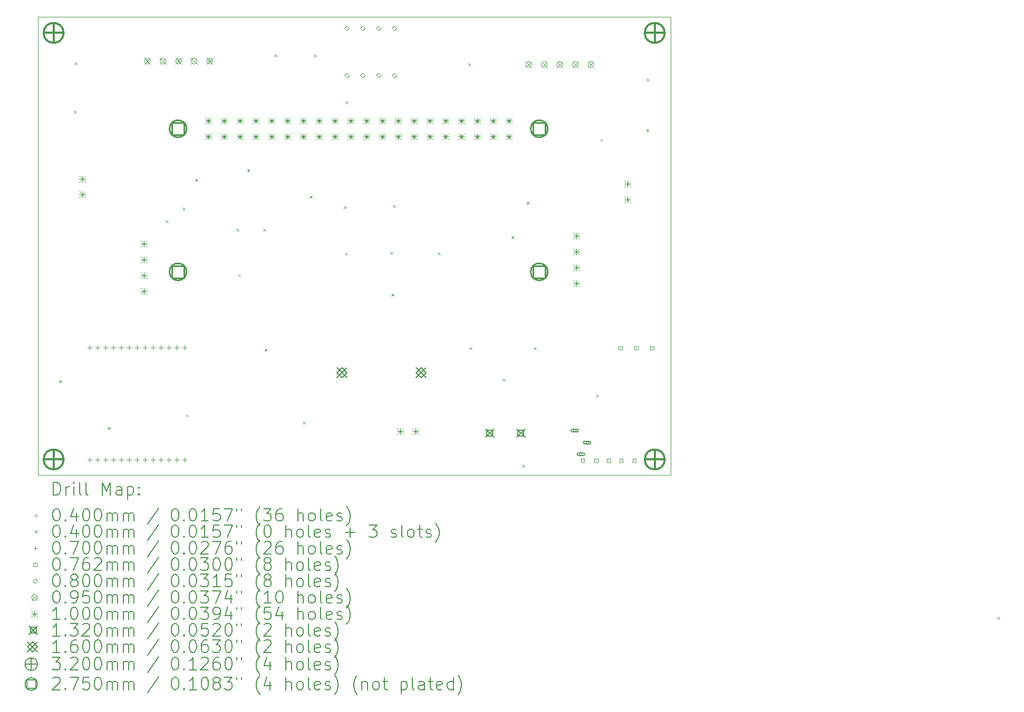
<source format=gbr>
%FSLAX45Y45*%
G04 Gerber Fmt 4.5, Leading zero omitted, Abs format (unit mm)*
G04 Created by KiCad (PCBNEW (6.0.6)) date 2022-08-15 13:50:39*
%MOMM*%
%LPD*%
G01*
G04 APERTURE LIST*
%TA.AperFunction,Profile*%
%ADD10C,0.100000*%
%TD*%
%ADD11C,0.200000*%
%ADD12C,0.040000*%
%ADD13C,0.070000*%
%ADD14C,0.076200*%
%ADD15C,0.080000*%
%ADD16C,0.095000*%
%ADD17C,0.100000*%
%ADD18C,0.132000*%
%ADD19C,0.160000*%
%ADD20C,0.320000*%
%ADD21C,0.275000*%
G04 APERTURE END LIST*
D10*
X7620000Y-5080000D02*
X17780000Y-5080000D01*
X17780000Y-5080000D02*
X17780000Y-12446000D01*
X17780000Y-12446000D02*
X7620000Y-12446000D01*
X7620000Y-12446000D02*
X7620000Y-5080000D01*
D11*
D12*
X7964080Y-10916320D02*
X8004080Y-10956320D01*
X8004080Y-10916320D02*
X7964080Y-10956320D01*
X8197760Y-6583080D02*
X8237760Y-6623080D01*
X8237760Y-6583080D02*
X8197760Y-6623080D01*
X8205380Y-5805840D02*
X8245380Y-5845840D01*
X8245380Y-5805840D02*
X8205380Y-5845840D01*
X8741320Y-11668160D02*
X8781320Y-11708160D01*
X8781320Y-11668160D02*
X8741320Y-11708160D01*
X9675000Y-8346000D02*
X9715000Y-8386000D01*
X9715000Y-8346000D02*
X9675000Y-8386000D01*
X9944000Y-8145000D02*
X9984000Y-8185000D01*
X9984000Y-8145000D02*
X9944000Y-8185000D01*
X9998500Y-11465500D02*
X10038500Y-11505500D01*
X10038500Y-11465500D02*
X9998500Y-11505500D01*
X10149000Y-7680000D02*
X10189000Y-7720000D01*
X10189000Y-7680000D02*
X10149000Y-7720000D01*
X10810000Y-8479000D02*
X10850000Y-8519000D01*
X10850000Y-8479000D02*
X10810000Y-8519000D01*
X10837000Y-9213000D02*
X10877000Y-9253000D01*
X10877000Y-9213000D02*
X10837000Y-9253000D01*
X10982000Y-7525000D02*
X11022000Y-7565000D01*
X11022000Y-7525000D02*
X10982000Y-7565000D01*
X11239000Y-8481000D02*
X11279000Y-8521000D01*
X11279000Y-8481000D02*
X11239000Y-8521000D01*
X11261000Y-10410860D02*
X11301000Y-10450860D01*
X11301000Y-10410860D02*
X11261000Y-10450860D01*
X11418480Y-5676300D02*
X11458480Y-5716300D01*
X11458480Y-5676300D02*
X11418480Y-5716300D01*
X11874000Y-11581000D02*
X11914000Y-11621000D01*
X11914000Y-11581000D02*
X11874000Y-11621000D01*
X11986000Y-7952000D02*
X12026000Y-7992000D01*
X12026000Y-7952000D02*
X11986000Y-7992000D01*
X12053480Y-5676300D02*
X12093480Y-5716300D01*
X12093480Y-5676300D02*
X12053480Y-5716300D01*
X12533540Y-8114700D02*
X12573540Y-8154700D01*
X12573540Y-8114700D02*
X12533540Y-8154700D01*
X12556400Y-8866540D02*
X12596400Y-8906540D01*
X12596400Y-8866540D02*
X12556400Y-8906540D01*
X12559000Y-6435000D02*
X12599000Y-6475000D01*
X12599000Y-6435000D02*
X12559000Y-6475000D01*
X13277760Y-8851300D02*
X13317760Y-8891300D01*
X13317760Y-8851300D02*
X13277760Y-8891300D01*
X13298080Y-9526940D02*
X13338080Y-9566940D01*
X13338080Y-9526940D02*
X13298080Y-9566940D01*
X13323480Y-8099460D02*
X13363480Y-8139460D01*
X13363480Y-8099460D02*
X13323480Y-8139460D01*
X14044840Y-8861460D02*
X14084840Y-8901460D01*
X14084840Y-8861460D02*
X14044840Y-8901460D01*
X14532520Y-5821080D02*
X14572520Y-5861080D01*
X14572520Y-5821080D02*
X14532520Y-5861080D01*
X14550300Y-10388000D02*
X14590300Y-10428000D01*
X14590300Y-10388000D02*
X14550300Y-10428000D01*
X15081160Y-10893460D02*
X15121160Y-10933460D01*
X15121160Y-10893460D02*
X15081160Y-10933460D01*
X15224000Y-8602000D02*
X15264000Y-8642000D01*
X15264000Y-8602000D02*
X15224000Y-8642000D01*
X15398000Y-12275000D02*
X15438000Y-12315000D01*
X15438000Y-12275000D02*
X15398000Y-12315000D01*
X15469000Y-8050000D02*
X15509000Y-8090000D01*
X15509000Y-8050000D02*
X15469000Y-8090000D01*
X15581540Y-10388000D02*
X15621540Y-10428000D01*
X15621540Y-10388000D02*
X15581540Y-10428000D01*
X16584840Y-11147460D02*
X16624840Y-11187460D01*
X16624840Y-11147460D02*
X16584840Y-11187460D01*
X16654500Y-7036500D02*
X16694500Y-7076500D01*
X16694500Y-7036500D02*
X16654500Y-7076500D01*
X17390020Y-6880260D02*
X17430020Y-6920260D01*
X17430020Y-6880260D02*
X17390020Y-6920260D01*
X17392560Y-6067460D02*
X17432560Y-6107460D01*
X17432560Y-6067460D02*
X17392560Y-6107460D01*
X23026280Y-14723780D02*
X23066280Y-14763780D01*
X23066280Y-14723780D02*
X23026280Y-14763780D01*
X16260160Y-11729300D02*
G75*
G03*
X16260160Y-11729300I-20000J0D01*
G01*
D11*
X16202660Y-11749300D02*
X16277660Y-11749300D01*
X16202660Y-11709300D02*
X16277660Y-11709300D01*
X16277660Y-11749300D02*
G75*
G03*
X16277660Y-11709300I0J20000D01*
G01*
X16202660Y-11709300D02*
G75*
G03*
X16202660Y-11749300I0J-20000D01*
G01*
D12*
X16360160Y-12109300D02*
G75*
G03*
X16360160Y-12109300I-20000J0D01*
G01*
D11*
X16302660Y-12129300D02*
X16377660Y-12129300D01*
X16302660Y-12089300D02*
X16377660Y-12089300D01*
X16377660Y-12129300D02*
G75*
G03*
X16377660Y-12089300I0J20000D01*
G01*
X16302660Y-12089300D02*
G75*
G03*
X16302660Y-12129300I0J-20000D01*
G01*
D12*
X16460160Y-11919300D02*
G75*
G03*
X16460160Y-11919300I-20000J0D01*
G01*
D11*
X16402660Y-11939300D02*
X16477660Y-11939300D01*
X16402660Y-11899300D02*
X16477660Y-11899300D01*
X16477660Y-11939300D02*
G75*
G03*
X16477660Y-11899300I0J20000D01*
G01*
X16402660Y-11899300D02*
G75*
G03*
X16402660Y-11939300I0J-20000D01*
G01*
D13*
X8455000Y-10355000D02*
X8455000Y-10425000D01*
X8420000Y-10390000D02*
X8490000Y-10390000D01*
X8455000Y-12165000D02*
X8455000Y-12235000D01*
X8420000Y-12200000D02*
X8490000Y-12200000D01*
X8582000Y-10355000D02*
X8582000Y-10425000D01*
X8547000Y-10390000D02*
X8617000Y-10390000D01*
X8582000Y-12165000D02*
X8582000Y-12235000D01*
X8547000Y-12200000D02*
X8617000Y-12200000D01*
X8709000Y-10355000D02*
X8709000Y-10425000D01*
X8674000Y-10390000D02*
X8744000Y-10390000D01*
X8709000Y-12165000D02*
X8709000Y-12235000D01*
X8674000Y-12200000D02*
X8744000Y-12200000D01*
X8836000Y-10355000D02*
X8836000Y-10425000D01*
X8801000Y-10390000D02*
X8871000Y-10390000D01*
X8836000Y-12165000D02*
X8836000Y-12235000D01*
X8801000Y-12200000D02*
X8871000Y-12200000D01*
X8963000Y-10355000D02*
X8963000Y-10425000D01*
X8928000Y-10390000D02*
X8998000Y-10390000D01*
X8963000Y-12165000D02*
X8963000Y-12235000D01*
X8928000Y-12200000D02*
X8998000Y-12200000D01*
X9090000Y-10355000D02*
X9090000Y-10425000D01*
X9055000Y-10390000D02*
X9125000Y-10390000D01*
X9090000Y-12165000D02*
X9090000Y-12235000D01*
X9055000Y-12200000D02*
X9125000Y-12200000D01*
X9217000Y-10355000D02*
X9217000Y-10425000D01*
X9182000Y-10390000D02*
X9252000Y-10390000D01*
X9217000Y-12165000D02*
X9217000Y-12235000D01*
X9182000Y-12200000D02*
X9252000Y-12200000D01*
X9344000Y-10355000D02*
X9344000Y-10425000D01*
X9309000Y-10390000D02*
X9379000Y-10390000D01*
X9344000Y-12165000D02*
X9344000Y-12235000D01*
X9309000Y-12200000D02*
X9379000Y-12200000D01*
X9471000Y-10355000D02*
X9471000Y-10425000D01*
X9436000Y-10390000D02*
X9506000Y-10390000D01*
X9471000Y-12165000D02*
X9471000Y-12235000D01*
X9436000Y-12200000D02*
X9506000Y-12200000D01*
X9598000Y-10355000D02*
X9598000Y-10425000D01*
X9563000Y-10390000D02*
X9633000Y-10390000D01*
X9598000Y-12165000D02*
X9598000Y-12235000D01*
X9563000Y-12200000D02*
X9633000Y-12200000D01*
X9725000Y-10355000D02*
X9725000Y-10425000D01*
X9690000Y-10390000D02*
X9760000Y-10390000D01*
X9725000Y-12165000D02*
X9725000Y-12235000D01*
X9690000Y-12200000D02*
X9760000Y-12200000D01*
X9852000Y-10355000D02*
X9852000Y-10425000D01*
X9817000Y-10390000D02*
X9887000Y-10390000D01*
X9852000Y-12165000D02*
X9852000Y-12235000D01*
X9817000Y-12200000D02*
X9887000Y-12200000D01*
X9979000Y-10355000D02*
X9979000Y-10425000D01*
X9944000Y-10390000D02*
X10014000Y-10390000D01*
X9979000Y-12165000D02*
X9979000Y-12235000D01*
X9944000Y-12200000D02*
X10014000Y-12200000D01*
D14*
X16396941Y-12236941D02*
X16396941Y-12183059D01*
X16343059Y-12183059D01*
X16343059Y-12236941D01*
X16396941Y-12236941D01*
X16611941Y-12236941D02*
X16611941Y-12183059D01*
X16558059Y-12183059D01*
X16558059Y-12236941D01*
X16611941Y-12236941D01*
X16811941Y-12236941D02*
X16811941Y-12183059D01*
X16758059Y-12183059D01*
X16758059Y-12236941D01*
X16811941Y-12236941D01*
X17000441Y-10426941D02*
X17000441Y-10373059D01*
X16946559Y-10373059D01*
X16946559Y-10426941D01*
X17000441Y-10426941D01*
X17011941Y-12236941D02*
X17011941Y-12183059D01*
X16958059Y-12183059D01*
X16958059Y-12236941D01*
X17011941Y-12236941D01*
X17226941Y-12236941D02*
X17226941Y-12183059D01*
X17173059Y-12183059D01*
X17173059Y-12236941D01*
X17226941Y-12236941D01*
X17254441Y-10426941D02*
X17254441Y-10373059D01*
X17200559Y-10373059D01*
X17200559Y-10426941D01*
X17254441Y-10426941D01*
X17508441Y-10426941D02*
X17508441Y-10373059D01*
X17454559Y-10373059D01*
X17454559Y-10426941D01*
X17508441Y-10426941D01*
D15*
X12581000Y-5296500D02*
X12621000Y-5256500D01*
X12581000Y-5216500D01*
X12541000Y-5256500D01*
X12581000Y-5296500D01*
X12581000Y-6058500D02*
X12621000Y-6018500D01*
X12581000Y-5978500D01*
X12541000Y-6018500D01*
X12581000Y-6058500D01*
X12835000Y-5296500D02*
X12875000Y-5256500D01*
X12835000Y-5216500D01*
X12795000Y-5256500D01*
X12835000Y-5296500D01*
X12835000Y-6058500D02*
X12875000Y-6018500D01*
X12835000Y-5978500D01*
X12795000Y-6018500D01*
X12835000Y-6058500D01*
X13089000Y-5296500D02*
X13129000Y-5256500D01*
X13089000Y-5216500D01*
X13049000Y-5256500D01*
X13089000Y-5296500D01*
X13089000Y-6058500D02*
X13129000Y-6018500D01*
X13089000Y-5978500D01*
X13049000Y-6018500D01*
X13089000Y-6058500D01*
X13343000Y-5296500D02*
X13383000Y-5256500D01*
X13343000Y-5216500D01*
X13303000Y-5256500D01*
X13343000Y-5296500D01*
X13343000Y-6058500D02*
X13383000Y-6018500D01*
X13343000Y-5978500D01*
X13303000Y-6018500D01*
X13343000Y-6058500D01*
D16*
X9332500Y-5740750D02*
X9427500Y-5835750D01*
X9427500Y-5740750D02*
X9332500Y-5835750D01*
X9427500Y-5788250D02*
G75*
G03*
X9427500Y-5788250I-47500J0D01*
G01*
X9582500Y-5740750D02*
X9677500Y-5835750D01*
X9677500Y-5740750D02*
X9582500Y-5835750D01*
X9677500Y-5788250D02*
G75*
G03*
X9677500Y-5788250I-47500J0D01*
G01*
X9832500Y-5740750D02*
X9927500Y-5835750D01*
X9927500Y-5740750D02*
X9832500Y-5835750D01*
X9927500Y-5788250D02*
G75*
G03*
X9927500Y-5788250I-47500J0D01*
G01*
X10082500Y-5740750D02*
X10177500Y-5835750D01*
X10177500Y-5740750D02*
X10082500Y-5835750D01*
X10177500Y-5788250D02*
G75*
G03*
X10177500Y-5788250I-47500J0D01*
G01*
X10332500Y-5740750D02*
X10427500Y-5835750D01*
X10427500Y-5740750D02*
X10332500Y-5835750D01*
X10427500Y-5788250D02*
G75*
G03*
X10427500Y-5788250I-47500J0D01*
G01*
X15454500Y-5793750D02*
X15549500Y-5888750D01*
X15549500Y-5793750D02*
X15454500Y-5888750D01*
X15549500Y-5841250D02*
G75*
G03*
X15549500Y-5841250I-47500J0D01*
G01*
X15704500Y-5793750D02*
X15799500Y-5888750D01*
X15799500Y-5793750D02*
X15704500Y-5888750D01*
X15799500Y-5841250D02*
G75*
G03*
X15799500Y-5841250I-47500J0D01*
G01*
X15954500Y-5793750D02*
X16049500Y-5888750D01*
X16049500Y-5793750D02*
X15954500Y-5888750D01*
X16049500Y-5841250D02*
G75*
G03*
X16049500Y-5841250I-47500J0D01*
G01*
X16204500Y-5793750D02*
X16299500Y-5888750D01*
X16299500Y-5793750D02*
X16204500Y-5888750D01*
X16299500Y-5841250D02*
G75*
G03*
X16299500Y-5841250I-47500J0D01*
G01*
X16454500Y-5793750D02*
X16549500Y-5888750D01*
X16549500Y-5793750D02*
X16454500Y-5888750D01*
X16549500Y-5841250D02*
G75*
G03*
X16549500Y-5841250I-47500J0D01*
G01*
D17*
X8283850Y-7632040D02*
X8383850Y-7732040D01*
X8383850Y-7632040D02*
X8283850Y-7732040D01*
X8333850Y-7632040D02*
X8333850Y-7732040D01*
X8283850Y-7682040D02*
X8383850Y-7682040D01*
X8283850Y-7882040D02*
X8383850Y-7982040D01*
X8383850Y-7882040D02*
X8283850Y-7982040D01*
X8333850Y-7882040D02*
X8333850Y-7982040D01*
X8283850Y-7932040D02*
X8383850Y-7932040D01*
X9277000Y-8678000D02*
X9377000Y-8778000D01*
X9377000Y-8678000D02*
X9277000Y-8778000D01*
X9327000Y-8678000D02*
X9327000Y-8778000D01*
X9277000Y-8728000D02*
X9377000Y-8728000D01*
X9277000Y-8932000D02*
X9377000Y-9032000D01*
X9377000Y-8932000D02*
X9277000Y-9032000D01*
X9327000Y-8932000D02*
X9327000Y-9032000D01*
X9277000Y-8982000D02*
X9377000Y-8982000D01*
X9277000Y-9186000D02*
X9377000Y-9286000D01*
X9377000Y-9186000D02*
X9277000Y-9286000D01*
X9327000Y-9186000D02*
X9327000Y-9286000D01*
X9277000Y-9236000D02*
X9377000Y-9236000D01*
X9277000Y-9440000D02*
X9377000Y-9540000D01*
X9377000Y-9440000D02*
X9277000Y-9540000D01*
X9327000Y-9440000D02*
X9327000Y-9540000D01*
X9277000Y-9490000D02*
X9377000Y-9490000D01*
X10309500Y-6698500D02*
X10409500Y-6798500D01*
X10409500Y-6698500D02*
X10309500Y-6798500D01*
X10359500Y-6698500D02*
X10359500Y-6798500D01*
X10309500Y-6748500D02*
X10409500Y-6748500D01*
X10309500Y-6952500D02*
X10409500Y-7052500D01*
X10409500Y-6952500D02*
X10309500Y-7052500D01*
X10359500Y-6952500D02*
X10359500Y-7052500D01*
X10309500Y-7002500D02*
X10409500Y-7002500D01*
X10563500Y-6698500D02*
X10663500Y-6798500D01*
X10663500Y-6698500D02*
X10563500Y-6798500D01*
X10613500Y-6698500D02*
X10613500Y-6798500D01*
X10563500Y-6748500D02*
X10663500Y-6748500D01*
X10563500Y-6952500D02*
X10663500Y-7052500D01*
X10663500Y-6952500D02*
X10563500Y-7052500D01*
X10613500Y-6952500D02*
X10613500Y-7052500D01*
X10563500Y-7002500D02*
X10663500Y-7002500D01*
X10817500Y-6698500D02*
X10917500Y-6798500D01*
X10917500Y-6698500D02*
X10817500Y-6798500D01*
X10867500Y-6698500D02*
X10867500Y-6798500D01*
X10817500Y-6748500D02*
X10917500Y-6748500D01*
X10817500Y-6952500D02*
X10917500Y-7052500D01*
X10917500Y-6952500D02*
X10817500Y-7052500D01*
X10867500Y-6952500D02*
X10867500Y-7052500D01*
X10817500Y-7002500D02*
X10917500Y-7002500D01*
X11071500Y-6698500D02*
X11171500Y-6798500D01*
X11171500Y-6698500D02*
X11071500Y-6798500D01*
X11121500Y-6698500D02*
X11121500Y-6798500D01*
X11071500Y-6748500D02*
X11171500Y-6748500D01*
X11071500Y-6952500D02*
X11171500Y-7052500D01*
X11171500Y-6952500D02*
X11071500Y-7052500D01*
X11121500Y-6952500D02*
X11121500Y-7052500D01*
X11071500Y-7002500D02*
X11171500Y-7002500D01*
X11325500Y-6698500D02*
X11425500Y-6798500D01*
X11425500Y-6698500D02*
X11325500Y-6798500D01*
X11375500Y-6698500D02*
X11375500Y-6798500D01*
X11325500Y-6748500D02*
X11425500Y-6748500D01*
X11325500Y-6952500D02*
X11425500Y-7052500D01*
X11425500Y-6952500D02*
X11325500Y-7052500D01*
X11375500Y-6952500D02*
X11375500Y-7052500D01*
X11325500Y-7002500D02*
X11425500Y-7002500D01*
X11579500Y-6698500D02*
X11679500Y-6798500D01*
X11679500Y-6698500D02*
X11579500Y-6798500D01*
X11629500Y-6698500D02*
X11629500Y-6798500D01*
X11579500Y-6748500D02*
X11679500Y-6748500D01*
X11579500Y-6952500D02*
X11679500Y-7052500D01*
X11679500Y-6952500D02*
X11579500Y-7052500D01*
X11629500Y-6952500D02*
X11629500Y-7052500D01*
X11579500Y-7002500D02*
X11679500Y-7002500D01*
X11833500Y-6698500D02*
X11933500Y-6798500D01*
X11933500Y-6698500D02*
X11833500Y-6798500D01*
X11883500Y-6698500D02*
X11883500Y-6798500D01*
X11833500Y-6748500D02*
X11933500Y-6748500D01*
X11833500Y-6952500D02*
X11933500Y-7052500D01*
X11933500Y-6952500D02*
X11833500Y-7052500D01*
X11883500Y-6952500D02*
X11883500Y-7052500D01*
X11833500Y-7002500D02*
X11933500Y-7002500D01*
X12087500Y-6698500D02*
X12187500Y-6798500D01*
X12187500Y-6698500D02*
X12087500Y-6798500D01*
X12137500Y-6698500D02*
X12137500Y-6798500D01*
X12087500Y-6748500D02*
X12187500Y-6748500D01*
X12087500Y-6952500D02*
X12187500Y-7052500D01*
X12187500Y-6952500D02*
X12087500Y-7052500D01*
X12137500Y-6952500D02*
X12137500Y-7052500D01*
X12087500Y-7002500D02*
X12187500Y-7002500D01*
X12341500Y-6698500D02*
X12441500Y-6798500D01*
X12441500Y-6698500D02*
X12341500Y-6798500D01*
X12391500Y-6698500D02*
X12391500Y-6798500D01*
X12341500Y-6748500D02*
X12441500Y-6748500D01*
X12341500Y-6952500D02*
X12441500Y-7052500D01*
X12441500Y-6952500D02*
X12341500Y-7052500D01*
X12391500Y-6952500D02*
X12391500Y-7052500D01*
X12341500Y-7002500D02*
X12441500Y-7002500D01*
X12595500Y-6698500D02*
X12695500Y-6798500D01*
X12695500Y-6698500D02*
X12595500Y-6798500D01*
X12645500Y-6698500D02*
X12645500Y-6798500D01*
X12595500Y-6748500D02*
X12695500Y-6748500D01*
X12595500Y-6952500D02*
X12695500Y-7052500D01*
X12695500Y-6952500D02*
X12595500Y-7052500D01*
X12645500Y-6952500D02*
X12645500Y-7052500D01*
X12595500Y-7002500D02*
X12695500Y-7002500D01*
X12849500Y-6698500D02*
X12949500Y-6798500D01*
X12949500Y-6698500D02*
X12849500Y-6798500D01*
X12899500Y-6698500D02*
X12899500Y-6798500D01*
X12849500Y-6748500D02*
X12949500Y-6748500D01*
X12849500Y-6952500D02*
X12949500Y-7052500D01*
X12949500Y-6952500D02*
X12849500Y-7052500D01*
X12899500Y-6952500D02*
X12899500Y-7052500D01*
X12849500Y-7002500D02*
X12949500Y-7002500D01*
X13103500Y-6698500D02*
X13203500Y-6798500D01*
X13203500Y-6698500D02*
X13103500Y-6798500D01*
X13153500Y-6698500D02*
X13153500Y-6798500D01*
X13103500Y-6748500D02*
X13203500Y-6748500D01*
X13103500Y-6952500D02*
X13203500Y-7052500D01*
X13203500Y-6952500D02*
X13103500Y-7052500D01*
X13153500Y-6952500D02*
X13153500Y-7052500D01*
X13103500Y-7002500D02*
X13203500Y-7002500D01*
X13357500Y-6698500D02*
X13457500Y-6798500D01*
X13457500Y-6698500D02*
X13357500Y-6798500D01*
X13407500Y-6698500D02*
X13407500Y-6798500D01*
X13357500Y-6748500D02*
X13457500Y-6748500D01*
X13357500Y-6952500D02*
X13457500Y-7052500D01*
X13457500Y-6952500D02*
X13357500Y-7052500D01*
X13407500Y-6952500D02*
X13407500Y-7052500D01*
X13357500Y-7002500D02*
X13457500Y-7002500D01*
X13387500Y-11686750D02*
X13487500Y-11786750D01*
X13487500Y-11686750D02*
X13387500Y-11786750D01*
X13437500Y-11686750D02*
X13437500Y-11786750D01*
X13387500Y-11736750D02*
X13487500Y-11736750D01*
X13611500Y-6698500D02*
X13711500Y-6798500D01*
X13711500Y-6698500D02*
X13611500Y-6798500D01*
X13661500Y-6698500D02*
X13661500Y-6798500D01*
X13611500Y-6748500D02*
X13711500Y-6748500D01*
X13611500Y-6952500D02*
X13711500Y-7052500D01*
X13711500Y-6952500D02*
X13611500Y-7052500D01*
X13661500Y-6952500D02*
X13661500Y-7052500D01*
X13611500Y-7002500D02*
X13711500Y-7002500D01*
X13637500Y-11686750D02*
X13737500Y-11786750D01*
X13737500Y-11686750D02*
X13637500Y-11786750D01*
X13687500Y-11686750D02*
X13687500Y-11786750D01*
X13637500Y-11736750D02*
X13737500Y-11736750D01*
X13865500Y-6698500D02*
X13965500Y-6798500D01*
X13965500Y-6698500D02*
X13865500Y-6798500D01*
X13915500Y-6698500D02*
X13915500Y-6798500D01*
X13865500Y-6748500D02*
X13965500Y-6748500D01*
X13865500Y-6952500D02*
X13965500Y-7052500D01*
X13965500Y-6952500D02*
X13865500Y-7052500D01*
X13915500Y-6952500D02*
X13915500Y-7052500D01*
X13865500Y-7002500D02*
X13965500Y-7002500D01*
X14119500Y-6698500D02*
X14219500Y-6798500D01*
X14219500Y-6698500D02*
X14119500Y-6798500D01*
X14169500Y-6698500D02*
X14169500Y-6798500D01*
X14119500Y-6748500D02*
X14219500Y-6748500D01*
X14119500Y-6952500D02*
X14219500Y-7052500D01*
X14219500Y-6952500D02*
X14119500Y-7052500D01*
X14169500Y-6952500D02*
X14169500Y-7052500D01*
X14119500Y-7002500D02*
X14219500Y-7002500D01*
X14373500Y-6698500D02*
X14473500Y-6798500D01*
X14473500Y-6698500D02*
X14373500Y-6798500D01*
X14423500Y-6698500D02*
X14423500Y-6798500D01*
X14373500Y-6748500D02*
X14473500Y-6748500D01*
X14373500Y-6952500D02*
X14473500Y-7052500D01*
X14473500Y-6952500D02*
X14373500Y-7052500D01*
X14423500Y-6952500D02*
X14423500Y-7052500D01*
X14373500Y-7002500D02*
X14473500Y-7002500D01*
X14627500Y-6698500D02*
X14727500Y-6798500D01*
X14727500Y-6698500D02*
X14627500Y-6798500D01*
X14677500Y-6698500D02*
X14677500Y-6798500D01*
X14627500Y-6748500D02*
X14727500Y-6748500D01*
X14627500Y-6952500D02*
X14727500Y-7052500D01*
X14727500Y-6952500D02*
X14627500Y-7052500D01*
X14677500Y-6952500D02*
X14677500Y-7052500D01*
X14627500Y-7002500D02*
X14727500Y-7002500D01*
X14881500Y-6698500D02*
X14981500Y-6798500D01*
X14981500Y-6698500D02*
X14881500Y-6798500D01*
X14931500Y-6698500D02*
X14931500Y-6798500D01*
X14881500Y-6748500D02*
X14981500Y-6748500D01*
X14881500Y-6952500D02*
X14981500Y-7052500D01*
X14981500Y-6952500D02*
X14881500Y-7052500D01*
X14931500Y-6952500D02*
X14931500Y-7052500D01*
X14881500Y-7002500D02*
X14981500Y-7002500D01*
X15135500Y-6698500D02*
X15235500Y-6798500D01*
X15235500Y-6698500D02*
X15135500Y-6798500D01*
X15185500Y-6698500D02*
X15185500Y-6798500D01*
X15135500Y-6748500D02*
X15235500Y-6748500D01*
X15135500Y-6952500D02*
X15235500Y-7052500D01*
X15235500Y-6952500D02*
X15135500Y-7052500D01*
X15185500Y-6952500D02*
X15185500Y-7052500D01*
X15135500Y-7002500D02*
X15235500Y-7002500D01*
X16214000Y-8551000D02*
X16314000Y-8651000D01*
X16314000Y-8551000D02*
X16214000Y-8651000D01*
X16264000Y-8551000D02*
X16264000Y-8651000D01*
X16214000Y-8601000D02*
X16314000Y-8601000D01*
X16214000Y-8805000D02*
X16314000Y-8905000D01*
X16314000Y-8805000D02*
X16214000Y-8905000D01*
X16264000Y-8805000D02*
X16264000Y-8905000D01*
X16214000Y-8855000D02*
X16314000Y-8855000D01*
X16214000Y-9059000D02*
X16314000Y-9159000D01*
X16314000Y-9059000D02*
X16214000Y-9159000D01*
X16264000Y-9059000D02*
X16264000Y-9159000D01*
X16214000Y-9109000D02*
X16314000Y-9109000D01*
X16214000Y-9313000D02*
X16314000Y-9413000D01*
X16314000Y-9313000D02*
X16214000Y-9413000D01*
X16264000Y-9313000D02*
X16264000Y-9413000D01*
X16214000Y-9363000D02*
X16314000Y-9363000D01*
X17038750Y-7712000D02*
X17138750Y-7812000D01*
X17138750Y-7712000D02*
X17038750Y-7812000D01*
X17088750Y-7712000D02*
X17088750Y-7812000D01*
X17038750Y-7762000D02*
X17138750Y-7762000D01*
X17038750Y-7962000D02*
X17138750Y-8062000D01*
X17138750Y-7962000D02*
X17038750Y-8062000D01*
X17088750Y-7962000D02*
X17088750Y-8062000D01*
X17038750Y-8012000D02*
X17138750Y-8012000D01*
D18*
X14810500Y-11704000D02*
X14942500Y-11836000D01*
X14942500Y-11704000D02*
X14810500Y-11836000D01*
X14923169Y-11816669D02*
X14923169Y-11723330D01*
X14829830Y-11723330D01*
X14829830Y-11816669D01*
X14923169Y-11816669D01*
X15310500Y-11704000D02*
X15442500Y-11836000D01*
X15442500Y-11704000D02*
X15310500Y-11836000D01*
X15423169Y-11816669D02*
X15423169Y-11723330D01*
X15329830Y-11723330D01*
X15329830Y-11816669D01*
X15423169Y-11816669D01*
D19*
X12426000Y-10719000D02*
X12586000Y-10879000D01*
X12586000Y-10719000D02*
X12426000Y-10879000D01*
X12506000Y-10879000D02*
X12586000Y-10799000D01*
X12506000Y-10719000D01*
X12426000Y-10799000D01*
X12506000Y-10879000D01*
X13696000Y-10719000D02*
X13856000Y-10879000D01*
X13856000Y-10719000D02*
X13696000Y-10879000D01*
X13776000Y-10879000D02*
X13856000Y-10799000D01*
X13776000Y-10719000D01*
X13696000Y-10799000D01*
X13776000Y-10879000D01*
D20*
X7874000Y-5174000D02*
X7874000Y-5494000D01*
X7714000Y-5334000D02*
X8034000Y-5334000D01*
X8034000Y-5334000D02*
G75*
G03*
X8034000Y-5334000I-160000J0D01*
G01*
X7874000Y-12032000D02*
X7874000Y-12352000D01*
X7714000Y-12192000D02*
X8034000Y-12192000D01*
X8034000Y-12192000D02*
G75*
G03*
X8034000Y-12192000I-160000J0D01*
G01*
X17526000Y-5174000D02*
X17526000Y-5494000D01*
X17366000Y-5334000D02*
X17686000Y-5334000D01*
X17686000Y-5334000D02*
G75*
G03*
X17686000Y-5334000I-160000J0D01*
G01*
X17526000Y-12032000D02*
X17526000Y-12352000D01*
X17366000Y-12192000D02*
X17686000Y-12192000D01*
X17686000Y-12192000D02*
G75*
G03*
X17686000Y-12192000I-160000J0D01*
G01*
D21*
X9969728Y-6972728D02*
X9969728Y-6778272D01*
X9775272Y-6778272D01*
X9775272Y-6972728D01*
X9969728Y-6972728D01*
X10010000Y-6875500D02*
G75*
G03*
X10010000Y-6875500I-137500J0D01*
G01*
X9969728Y-9272728D02*
X9969728Y-9078272D01*
X9775272Y-9078272D01*
X9775272Y-9272728D01*
X9969728Y-9272728D01*
X10010000Y-9175500D02*
G75*
G03*
X10010000Y-9175500I-137500J0D01*
G01*
X15769728Y-6972728D02*
X15769728Y-6778272D01*
X15575272Y-6778272D01*
X15575272Y-6972728D01*
X15769728Y-6972728D01*
X15810000Y-6875500D02*
G75*
G03*
X15810000Y-6875500I-137500J0D01*
G01*
X15769728Y-9272728D02*
X15769728Y-9078272D01*
X15575272Y-9078272D01*
X15575272Y-9272728D01*
X15769728Y-9272728D01*
X15810000Y-9175500D02*
G75*
G03*
X15810000Y-9175500I-137500J0D01*
G01*
D11*
X7872619Y-12761476D02*
X7872619Y-12561476D01*
X7920238Y-12561476D01*
X7948809Y-12571000D01*
X7967857Y-12590048D01*
X7977381Y-12609095D01*
X7986905Y-12647190D01*
X7986905Y-12675762D01*
X7977381Y-12713857D01*
X7967857Y-12732905D01*
X7948809Y-12751952D01*
X7920238Y-12761476D01*
X7872619Y-12761476D01*
X8072619Y-12761476D02*
X8072619Y-12628143D01*
X8072619Y-12666238D02*
X8082143Y-12647190D01*
X8091667Y-12637667D01*
X8110714Y-12628143D01*
X8129762Y-12628143D01*
X8196428Y-12761476D02*
X8196428Y-12628143D01*
X8196428Y-12561476D02*
X8186905Y-12571000D01*
X8196428Y-12580524D01*
X8205952Y-12571000D01*
X8196428Y-12561476D01*
X8196428Y-12580524D01*
X8320238Y-12761476D02*
X8301190Y-12751952D01*
X8291667Y-12732905D01*
X8291667Y-12561476D01*
X8425000Y-12761476D02*
X8405952Y-12751952D01*
X8396429Y-12732905D01*
X8396429Y-12561476D01*
X8653571Y-12761476D02*
X8653571Y-12561476D01*
X8720238Y-12704333D01*
X8786905Y-12561476D01*
X8786905Y-12761476D01*
X8967857Y-12761476D02*
X8967857Y-12656714D01*
X8958333Y-12637667D01*
X8939286Y-12628143D01*
X8901190Y-12628143D01*
X8882143Y-12637667D01*
X8967857Y-12751952D02*
X8948810Y-12761476D01*
X8901190Y-12761476D01*
X8882143Y-12751952D01*
X8872619Y-12732905D01*
X8872619Y-12713857D01*
X8882143Y-12694809D01*
X8901190Y-12685286D01*
X8948810Y-12685286D01*
X8967857Y-12675762D01*
X9063095Y-12628143D02*
X9063095Y-12828143D01*
X9063095Y-12637667D02*
X9082143Y-12628143D01*
X9120238Y-12628143D01*
X9139286Y-12637667D01*
X9148810Y-12647190D01*
X9158333Y-12666238D01*
X9158333Y-12723381D01*
X9148810Y-12742428D01*
X9139286Y-12751952D01*
X9120238Y-12761476D01*
X9082143Y-12761476D01*
X9063095Y-12751952D01*
X9244048Y-12742428D02*
X9253571Y-12751952D01*
X9244048Y-12761476D01*
X9234524Y-12751952D01*
X9244048Y-12742428D01*
X9244048Y-12761476D01*
X9244048Y-12637667D02*
X9253571Y-12647190D01*
X9244048Y-12656714D01*
X9234524Y-12647190D01*
X9244048Y-12637667D01*
X9244048Y-12656714D01*
D12*
X7575000Y-13071000D02*
X7615000Y-13111000D01*
X7615000Y-13071000D02*
X7575000Y-13111000D01*
D11*
X7910714Y-12981476D02*
X7929762Y-12981476D01*
X7948809Y-12991000D01*
X7958333Y-13000524D01*
X7967857Y-13019571D01*
X7977381Y-13057667D01*
X7977381Y-13105286D01*
X7967857Y-13143381D01*
X7958333Y-13162428D01*
X7948809Y-13171952D01*
X7929762Y-13181476D01*
X7910714Y-13181476D01*
X7891667Y-13171952D01*
X7882143Y-13162428D01*
X7872619Y-13143381D01*
X7863095Y-13105286D01*
X7863095Y-13057667D01*
X7872619Y-13019571D01*
X7882143Y-13000524D01*
X7891667Y-12991000D01*
X7910714Y-12981476D01*
X8063095Y-13162428D02*
X8072619Y-13171952D01*
X8063095Y-13181476D01*
X8053571Y-13171952D01*
X8063095Y-13162428D01*
X8063095Y-13181476D01*
X8244048Y-13048143D02*
X8244048Y-13181476D01*
X8196428Y-12971952D02*
X8148809Y-13114809D01*
X8272619Y-13114809D01*
X8386905Y-12981476D02*
X8405952Y-12981476D01*
X8425000Y-12991000D01*
X8434524Y-13000524D01*
X8444048Y-13019571D01*
X8453571Y-13057667D01*
X8453571Y-13105286D01*
X8444048Y-13143381D01*
X8434524Y-13162428D01*
X8425000Y-13171952D01*
X8405952Y-13181476D01*
X8386905Y-13181476D01*
X8367857Y-13171952D01*
X8358333Y-13162428D01*
X8348809Y-13143381D01*
X8339286Y-13105286D01*
X8339286Y-13057667D01*
X8348809Y-13019571D01*
X8358333Y-13000524D01*
X8367857Y-12991000D01*
X8386905Y-12981476D01*
X8577381Y-12981476D02*
X8596429Y-12981476D01*
X8615476Y-12991000D01*
X8625000Y-13000524D01*
X8634524Y-13019571D01*
X8644048Y-13057667D01*
X8644048Y-13105286D01*
X8634524Y-13143381D01*
X8625000Y-13162428D01*
X8615476Y-13171952D01*
X8596429Y-13181476D01*
X8577381Y-13181476D01*
X8558333Y-13171952D01*
X8548810Y-13162428D01*
X8539286Y-13143381D01*
X8529762Y-13105286D01*
X8529762Y-13057667D01*
X8539286Y-13019571D01*
X8548810Y-13000524D01*
X8558333Y-12991000D01*
X8577381Y-12981476D01*
X8729762Y-13181476D02*
X8729762Y-13048143D01*
X8729762Y-13067190D02*
X8739286Y-13057667D01*
X8758333Y-13048143D01*
X8786905Y-13048143D01*
X8805952Y-13057667D01*
X8815476Y-13076714D01*
X8815476Y-13181476D01*
X8815476Y-13076714D02*
X8825000Y-13057667D01*
X8844048Y-13048143D01*
X8872619Y-13048143D01*
X8891667Y-13057667D01*
X8901190Y-13076714D01*
X8901190Y-13181476D01*
X8996429Y-13181476D02*
X8996429Y-13048143D01*
X8996429Y-13067190D02*
X9005952Y-13057667D01*
X9025000Y-13048143D01*
X9053571Y-13048143D01*
X9072619Y-13057667D01*
X9082143Y-13076714D01*
X9082143Y-13181476D01*
X9082143Y-13076714D02*
X9091667Y-13057667D01*
X9110714Y-13048143D01*
X9139286Y-13048143D01*
X9158333Y-13057667D01*
X9167857Y-13076714D01*
X9167857Y-13181476D01*
X9558333Y-12971952D02*
X9386905Y-13229095D01*
X9815476Y-12981476D02*
X9834524Y-12981476D01*
X9853571Y-12991000D01*
X9863095Y-13000524D01*
X9872619Y-13019571D01*
X9882143Y-13057667D01*
X9882143Y-13105286D01*
X9872619Y-13143381D01*
X9863095Y-13162428D01*
X9853571Y-13171952D01*
X9834524Y-13181476D01*
X9815476Y-13181476D01*
X9796429Y-13171952D01*
X9786905Y-13162428D01*
X9777381Y-13143381D01*
X9767857Y-13105286D01*
X9767857Y-13057667D01*
X9777381Y-13019571D01*
X9786905Y-13000524D01*
X9796429Y-12991000D01*
X9815476Y-12981476D01*
X9967857Y-13162428D02*
X9977381Y-13171952D01*
X9967857Y-13181476D01*
X9958333Y-13171952D01*
X9967857Y-13162428D01*
X9967857Y-13181476D01*
X10101190Y-12981476D02*
X10120238Y-12981476D01*
X10139286Y-12991000D01*
X10148810Y-13000524D01*
X10158333Y-13019571D01*
X10167857Y-13057667D01*
X10167857Y-13105286D01*
X10158333Y-13143381D01*
X10148810Y-13162428D01*
X10139286Y-13171952D01*
X10120238Y-13181476D01*
X10101190Y-13181476D01*
X10082143Y-13171952D01*
X10072619Y-13162428D01*
X10063095Y-13143381D01*
X10053571Y-13105286D01*
X10053571Y-13057667D01*
X10063095Y-13019571D01*
X10072619Y-13000524D01*
X10082143Y-12991000D01*
X10101190Y-12981476D01*
X10358333Y-13181476D02*
X10244048Y-13181476D01*
X10301190Y-13181476D02*
X10301190Y-12981476D01*
X10282143Y-13010048D01*
X10263095Y-13029095D01*
X10244048Y-13038619D01*
X10539286Y-12981476D02*
X10444048Y-12981476D01*
X10434524Y-13076714D01*
X10444048Y-13067190D01*
X10463095Y-13057667D01*
X10510714Y-13057667D01*
X10529762Y-13067190D01*
X10539286Y-13076714D01*
X10548810Y-13095762D01*
X10548810Y-13143381D01*
X10539286Y-13162428D01*
X10529762Y-13171952D01*
X10510714Y-13181476D01*
X10463095Y-13181476D01*
X10444048Y-13171952D01*
X10434524Y-13162428D01*
X10615476Y-12981476D02*
X10748810Y-12981476D01*
X10663095Y-13181476D01*
X10815476Y-12981476D02*
X10815476Y-13019571D01*
X10891667Y-12981476D02*
X10891667Y-13019571D01*
X11186905Y-13257667D02*
X11177381Y-13248143D01*
X11158333Y-13219571D01*
X11148810Y-13200524D01*
X11139286Y-13171952D01*
X11129762Y-13124333D01*
X11129762Y-13086238D01*
X11139286Y-13038619D01*
X11148810Y-13010048D01*
X11158333Y-12991000D01*
X11177381Y-12962428D01*
X11186905Y-12952905D01*
X11244048Y-12981476D02*
X11367857Y-12981476D01*
X11301190Y-13057667D01*
X11329762Y-13057667D01*
X11348809Y-13067190D01*
X11358333Y-13076714D01*
X11367857Y-13095762D01*
X11367857Y-13143381D01*
X11358333Y-13162428D01*
X11348809Y-13171952D01*
X11329762Y-13181476D01*
X11272619Y-13181476D01*
X11253571Y-13171952D01*
X11244048Y-13162428D01*
X11539286Y-12981476D02*
X11501190Y-12981476D01*
X11482143Y-12991000D01*
X11472619Y-13000524D01*
X11453571Y-13029095D01*
X11444048Y-13067190D01*
X11444048Y-13143381D01*
X11453571Y-13162428D01*
X11463095Y-13171952D01*
X11482143Y-13181476D01*
X11520238Y-13181476D01*
X11539286Y-13171952D01*
X11548809Y-13162428D01*
X11558333Y-13143381D01*
X11558333Y-13095762D01*
X11548809Y-13076714D01*
X11539286Y-13067190D01*
X11520238Y-13057667D01*
X11482143Y-13057667D01*
X11463095Y-13067190D01*
X11453571Y-13076714D01*
X11444048Y-13095762D01*
X11796428Y-13181476D02*
X11796428Y-12981476D01*
X11882143Y-13181476D02*
X11882143Y-13076714D01*
X11872619Y-13057667D01*
X11853571Y-13048143D01*
X11825000Y-13048143D01*
X11805952Y-13057667D01*
X11796428Y-13067190D01*
X12005952Y-13181476D02*
X11986905Y-13171952D01*
X11977381Y-13162428D01*
X11967857Y-13143381D01*
X11967857Y-13086238D01*
X11977381Y-13067190D01*
X11986905Y-13057667D01*
X12005952Y-13048143D01*
X12034524Y-13048143D01*
X12053571Y-13057667D01*
X12063095Y-13067190D01*
X12072619Y-13086238D01*
X12072619Y-13143381D01*
X12063095Y-13162428D01*
X12053571Y-13171952D01*
X12034524Y-13181476D01*
X12005952Y-13181476D01*
X12186905Y-13181476D02*
X12167857Y-13171952D01*
X12158333Y-13152905D01*
X12158333Y-12981476D01*
X12339286Y-13171952D02*
X12320238Y-13181476D01*
X12282143Y-13181476D01*
X12263095Y-13171952D01*
X12253571Y-13152905D01*
X12253571Y-13076714D01*
X12263095Y-13057667D01*
X12282143Y-13048143D01*
X12320238Y-13048143D01*
X12339286Y-13057667D01*
X12348809Y-13076714D01*
X12348809Y-13095762D01*
X12253571Y-13114809D01*
X12425000Y-13171952D02*
X12444048Y-13181476D01*
X12482143Y-13181476D01*
X12501190Y-13171952D01*
X12510714Y-13152905D01*
X12510714Y-13143381D01*
X12501190Y-13124333D01*
X12482143Y-13114809D01*
X12453571Y-13114809D01*
X12434524Y-13105286D01*
X12425000Y-13086238D01*
X12425000Y-13076714D01*
X12434524Y-13057667D01*
X12453571Y-13048143D01*
X12482143Y-13048143D01*
X12501190Y-13057667D01*
X12577381Y-13257667D02*
X12586905Y-13248143D01*
X12605952Y-13219571D01*
X12615476Y-13200524D01*
X12625000Y-13171952D01*
X12634524Y-13124333D01*
X12634524Y-13086238D01*
X12625000Y-13038619D01*
X12615476Y-13010048D01*
X12605952Y-12991000D01*
X12586905Y-12962428D01*
X12577381Y-12952905D01*
D12*
X7615000Y-13355000D02*
G75*
G03*
X7615000Y-13355000I-20000J0D01*
G01*
D11*
X7910714Y-13245476D02*
X7929762Y-13245476D01*
X7948809Y-13255000D01*
X7958333Y-13264524D01*
X7967857Y-13283571D01*
X7977381Y-13321667D01*
X7977381Y-13369286D01*
X7967857Y-13407381D01*
X7958333Y-13426428D01*
X7948809Y-13435952D01*
X7929762Y-13445476D01*
X7910714Y-13445476D01*
X7891667Y-13435952D01*
X7882143Y-13426428D01*
X7872619Y-13407381D01*
X7863095Y-13369286D01*
X7863095Y-13321667D01*
X7872619Y-13283571D01*
X7882143Y-13264524D01*
X7891667Y-13255000D01*
X7910714Y-13245476D01*
X8063095Y-13426428D02*
X8072619Y-13435952D01*
X8063095Y-13445476D01*
X8053571Y-13435952D01*
X8063095Y-13426428D01*
X8063095Y-13445476D01*
X8244048Y-13312143D02*
X8244048Y-13445476D01*
X8196428Y-13235952D02*
X8148809Y-13378809D01*
X8272619Y-13378809D01*
X8386905Y-13245476D02*
X8405952Y-13245476D01*
X8425000Y-13255000D01*
X8434524Y-13264524D01*
X8444048Y-13283571D01*
X8453571Y-13321667D01*
X8453571Y-13369286D01*
X8444048Y-13407381D01*
X8434524Y-13426428D01*
X8425000Y-13435952D01*
X8405952Y-13445476D01*
X8386905Y-13445476D01*
X8367857Y-13435952D01*
X8358333Y-13426428D01*
X8348809Y-13407381D01*
X8339286Y-13369286D01*
X8339286Y-13321667D01*
X8348809Y-13283571D01*
X8358333Y-13264524D01*
X8367857Y-13255000D01*
X8386905Y-13245476D01*
X8577381Y-13245476D02*
X8596429Y-13245476D01*
X8615476Y-13255000D01*
X8625000Y-13264524D01*
X8634524Y-13283571D01*
X8644048Y-13321667D01*
X8644048Y-13369286D01*
X8634524Y-13407381D01*
X8625000Y-13426428D01*
X8615476Y-13435952D01*
X8596429Y-13445476D01*
X8577381Y-13445476D01*
X8558333Y-13435952D01*
X8548810Y-13426428D01*
X8539286Y-13407381D01*
X8529762Y-13369286D01*
X8529762Y-13321667D01*
X8539286Y-13283571D01*
X8548810Y-13264524D01*
X8558333Y-13255000D01*
X8577381Y-13245476D01*
X8729762Y-13445476D02*
X8729762Y-13312143D01*
X8729762Y-13331190D02*
X8739286Y-13321667D01*
X8758333Y-13312143D01*
X8786905Y-13312143D01*
X8805952Y-13321667D01*
X8815476Y-13340714D01*
X8815476Y-13445476D01*
X8815476Y-13340714D02*
X8825000Y-13321667D01*
X8844048Y-13312143D01*
X8872619Y-13312143D01*
X8891667Y-13321667D01*
X8901190Y-13340714D01*
X8901190Y-13445476D01*
X8996429Y-13445476D02*
X8996429Y-13312143D01*
X8996429Y-13331190D02*
X9005952Y-13321667D01*
X9025000Y-13312143D01*
X9053571Y-13312143D01*
X9072619Y-13321667D01*
X9082143Y-13340714D01*
X9082143Y-13445476D01*
X9082143Y-13340714D02*
X9091667Y-13321667D01*
X9110714Y-13312143D01*
X9139286Y-13312143D01*
X9158333Y-13321667D01*
X9167857Y-13340714D01*
X9167857Y-13445476D01*
X9558333Y-13235952D02*
X9386905Y-13493095D01*
X9815476Y-13245476D02*
X9834524Y-13245476D01*
X9853571Y-13255000D01*
X9863095Y-13264524D01*
X9872619Y-13283571D01*
X9882143Y-13321667D01*
X9882143Y-13369286D01*
X9872619Y-13407381D01*
X9863095Y-13426428D01*
X9853571Y-13435952D01*
X9834524Y-13445476D01*
X9815476Y-13445476D01*
X9796429Y-13435952D01*
X9786905Y-13426428D01*
X9777381Y-13407381D01*
X9767857Y-13369286D01*
X9767857Y-13321667D01*
X9777381Y-13283571D01*
X9786905Y-13264524D01*
X9796429Y-13255000D01*
X9815476Y-13245476D01*
X9967857Y-13426428D02*
X9977381Y-13435952D01*
X9967857Y-13445476D01*
X9958333Y-13435952D01*
X9967857Y-13426428D01*
X9967857Y-13445476D01*
X10101190Y-13245476D02*
X10120238Y-13245476D01*
X10139286Y-13255000D01*
X10148810Y-13264524D01*
X10158333Y-13283571D01*
X10167857Y-13321667D01*
X10167857Y-13369286D01*
X10158333Y-13407381D01*
X10148810Y-13426428D01*
X10139286Y-13435952D01*
X10120238Y-13445476D01*
X10101190Y-13445476D01*
X10082143Y-13435952D01*
X10072619Y-13426428D01*
X10063095Y-13407381D01*
X10053571Y-13369286D01*
X10053571Y-13321667D01*
X10063095Y-13283571D01*
X10072619Y-13264524D01*
X10082143Y-13255000D01*
X10101190Y-13245476D01*
X10358333Y-13445476D02*
X10244048Y-13445476D01*
X10301190Y-13445476D02*
X10301190Y-13245476D01*
X10282143Y-13274048D01*
X10263095Y-13293095D01*
X10244048Y-13302619D01*
X10539286Y-13245476D02*
X10444048Y-13245476D01*
X10434524Y-13340714D01*
X10444048Y-13331190D01*
X10463095Y-13321667D01*
X10510714Y-13321667D01*
X10529762Y-13331190D01*
X10539286Y-13340714D01*
X10548810Y-13359762D01*
X10548810Y-13407381D01*
X10539286Y-13426428D01*
X10529762Y-13435952D01*
X10510714Y-13445476D01*
X10463095Y-13445476D01*
X10444048Y-13435952D01*
X10434524Y-13426428D01*
X10615476Y-13245476D02*
X10748810Y-13245476D01*
X10663095Y-13445476D01*
X10815476Y-13245476D02*
X10815476Y-13283571D01*
X10891667Y-13245476D02*
X10891667Y-13283571D01*
X11186905Y-13521667D02*
X11177381Y-13512143D01*
X11158333Y-13483571D01*
X11148810Y-13464524D01*
X11139286Y-13435952D01*
X11129762Y-13388333D01*
X11129762Y-13350238D01*
X11139286Y-13302619D01*
X11148810Y-13274048D01*
X11158333Y-13255000D01*
X11177381Y-13226428D01*
X11186905Y-13216905D01*
X11301190Y-13245476D02*
X11320238Y-13245476D01*
X11339286Y-13255000D01*
X11348809Y-13264524D01*
X11358333Y-13283571D01*
X11367857Y-13321667D01*
X11367857Y-13369286D01*
X11358333Y-13407381D01*
X11348809Y-13426428D01*
X11339286Y-13435952D01*
X11320238Y-13445476D01*
X11301190Y-13445476D01*
X11282143Y-13435952D01*
X11272619Y-13426428D01*
X11263095Y-13407381D01*
X11253571Y-13369286D01*
X11253571Y-13321667D01*
X11263095Y-13283571D01*
X11272619Y-13264524D01*
X11282143Y-13255000D01*
X11301190Y-13245476D01*
X11605952Y-13445476D02*
X11605952Y-13245476D01*
X11691667Y-13445476D02*
X11691667Y-13340714D01*
X11682143Y-13321667D01*
X11663095Y-13312143D01*
X11634524Y-13312143D01*
X11615476Y-13321667D01*
X11605952Y-13331190D01*
X11815476Y-13445476D02*
X11796428Y-13435952D01*
X11786905Y-13426428D01*
X11777381Y-13407381D01*
X11777381Y-13350238D01*
X11786905Y-13331190D01*
X11796428Y-13321667D01*
X11815476Y-13312143D01*
X11844048Y-13312143D01*
X11863095Y-13321667D01*
X11872619Y-13331190D01*
X11882143Y-13350238D01*
X11882143Y-13407381D01*
X11872619Y-13426428D01*
X11863095Y-13435952D01*
X11844048Y-13445476D01*
X11815476Y-13445476D01*
X11996428Y-13445476D02*
X11977381Y-13435952D01*
X11967857Y-13416905D01*
X11967857Y-13245476D01*
X12148809Y-13435952D02*
X12129762Y-13445476D01*
X12091667Y-13445476D01*
X12072619Y-13435952D01*
X12063095Y-13416905D01*
X12063095Y-13340714D01*
X12072619Y-13321667D01*
X12091667Y-13312143D01*
X12129762Y-13312143D01*
X12148809Y-13321667D01*
X12158333Y-13340714D01*
X12158333Y-13359762D01*
X12063095Y-13378809D01*
X12234524Y-13435952D02*
X12253571Y-13445476D01*
X12291667Y-13445476D01*
X12310714Y-13435952D01*
X12320238Y-13416905D01*
X12320238Y-13407381D01*
X12310714Y-13388333D01*
X12291667Y-13378809D01*
X12263095Y-13378809D01*
X12244048Y-13369286D01*
X12234524Y-13350238D01*
X12234524Y-13340714D01*
X12244048Y-13321667D01*
X12263095Y-13312143D01*
X12291667Y-13312143D01*
X12310714Y-13321667D01*
X12558333Y-13369286D02*
X12710714Y-13369286D01*
X12634524Y-13445476D02*
X12634524Y-13293095D01*
X12939286Y-13245476D02*
X13063095Y-13245476D01*
X12996428Y-13321667D01*
X13025000Y-13321667D01*
X13044048Y-13331190D01*
X13053571Y-13340714D01*
X13063095Y-13359762D01*
X13063095Y-13407381D01*
X13053571Y-13426428D01*
X13044048Y-13435952D01*
X13025000Y-13445476D01*
X12967857Y-13445476D01*
X12948809Y-13435952D01*
X12939286Y-13426428D01*
X13291667Y-13435952D02*
X13310714Y-13445476D01*
X13348809Y-13445476D01*
X13367857Y-13435952D01*
X13377381Y-13416905D01*
X13377381Y-13407381D01*
X13367857Y-13388333D01*
X13348809Y-13378809D01*
X13320238Y-13378809D01*
X13301190Y-13369286D01*
X13291667Y-13350238D01*
X13291667Y-13340714D01*
X13301190Y-13321667D01*
X13320238Y-13312143D01*
X13348809Y-13312143D01*
X13367857Y-13321667D01*
X13491667Y-13445476D02*
X13472619Y-13435952D01*
X13463095Y-13416905D01*
X13463095Y-13245476D01*
X13596428Y-13445476D02*
X13577381Y-13435952D01*
X13567857Y-13426428D01*
X13558333Y-13407381D01*
X13558333Y-13350238D01*
X13567857Y-13331190D01*
X13577381Y-13321667D01*
X13596428Y-13312143D01*
X13625000Y-13312143D01*
X13644048Y-13321667D01*
X13653571Y-13331190D01*
X13663095Y-13350238D01*
X13663095Y-13407381D01*
X13653571Y-13426428D01*
X13644048Y-13435952D01*
X13625000Y-13445476D01*
X13596428Y-13445476D01*
X13720238Y-13312143D02*
X13796428Y-13312143D01*
X13748809Y-13245476D02*
X13748809Y-13416905D01*
X13758333Y-13435952D01*
X13777381Y-13445476D01*
X13796428Y-13445476D01*
X13853571Y-13435952D02*
X13872619Y-13445476D01*
X13910714Y-13445476D01*
X13929762Y-13435952D01*
X13939286Y-13416905D01*
X13939286Y-13407381D01*
X13929762Y-13388333D01*
X13910714Y-13378809D01*
X13882143Y-13378809D01*
X13863095Y-13369286D01*
X13853571Y-13350238D01*
X13853571Y-13340714D01*
X13863095Y-13321667D01*
X13882143Y-13312143D01*
X13910714Y-13312143D01*
X13929762Y-13321667D01*
X14005952Y-13521667D02*
X14015476Y-13512143D01*
X14034524Y-13483571D01*
X14044048Y-13464524D01*
X14053571Y-13435952D01*
X14063095Y-13388333D01*
X14063095Y-13350238D01*
X14053571Y-13302619D01*
X14044048Y-13274048D01*
X14034524Y-13255000D01*
X14015476Y-13226428D01*
X14005952Y-13216905D01*
D13*
X7580000Y-13584000D02*
X7580000Y-13654000D01*
X7545000Y-13619000D02*
X7615000Y-13619000D01*
D11*
X7910714Y-13509476D02*
X7929762Y-13509476D01*
X7948809Y-13519000D01*
X7958333Y-13528524D01*
X7967857Y-13547571D01*
X7977381Y-13585667D01*
X7977381Y-13633286D01*
X7967857Y-13671381D01*
X7958333Y-13690428D01*
X7948809Y-13699952D01*
X7929762Y-13709476D01*
X7910714Y-13709476D01*
X7891667Y-13699952D01*
X7882143Y-13690428D01*
X7872619Y-13671381D01*
X7863095Y-13633286D01*
X7863095Y-13585667D01*
X7872619Y-13547571D01*
X7882143Y-13528524D01*
X7891667Y-13519000D01*
X7910714Y-13509476D01*
X8063095Y-13690428D02*
X8072619Y-13699952D01*
X8063095Y-13709476D01*
X8053571Y-13699952D01*
X8063095Y-13690428D01*
X8063095Y-13709476D01*
X8139286Y-13509476D02*
X8272619Y-13509476D01*
X8186905Y-13709476D01*
X8386905Y-13509476D02*
X8405952Y-13509476D01*
X8425000Y-13519000D01*
X8434524Y-13528524D01*
X8444048Y-13547571D01*
X8453571Y-13585667D01*
X8453571Y-13633286D01*
X8444048Y-13671381D01*
X8434524Y-13690428D01*
X8425000Y-13699952D01*
X8405952Y-13709476D01*
X8386905Y-13709476D01*
X8367857Y-13699952D01*
X8358333Y-13690428D01*
X8348809Y-13671381D01*
X8339286Y-13633286D01*
X8339286Y-13585667D01*
X8348809Y-13547571D01*
X8358333Y-13528524D01*
X8367857Y-13519000D01*
X8386905Y-13509476D01*
X8577381Y-13509476D02*
X8596429Y-13509476D01*
X8615476Y-13519000D01*
X8625000Y-13528524D01*
X8634524Y-13547571D01*
X8644048Y-13585667D01*
X8644048Y-13633286D01*
X8634524Y-13671381D01*
X8625000Y-13690428D01*
X8615476Y-13699952D01*
X8596429Y-13709476D01*
X8577381Y-13709476D01*
X8558333Y-13699952D01*
X8548810Y-13690428D01*
X8539286Y-13671381D01*
X8529762Y-13633286D01*
X8529762Y-13585667D01*
X8539286Y-13547571D01*
X8548810Y-13528524D01*
X8558333Y-13519000D01*
X8577381Y-13509476D01*
X8729762Y-13709476D02*
X8729762Y-13576143D01*
X8729762Y-13595190D02*
X8739286Y-13585667D01*
X8758333Y-13576143D01*
X8786905Y-13576143D01*
X8805952Y-13585667D01*
X8815476Y-13604714D01*
X8815476Y-13709476D01*
X8815476Y-13604714D02*
X8825000Y-13585667D01*
X8844048Y-13576143D01*
X8872619Y-13576143D01*
X8891667Y-13585667D01*
X8901190Y-13604714D01*
X8901190Y-13709476D01*
X8996429Y-13709476D02*
X8996429Y-13576143D01*
X8996429Y-13595190D02*
X9005952Y-13585667D01*
X9025000Y-13576143D01*
X9053571Y-13576143D01*
X9072619Y-13585667D01*
X9082143Y-13604714D01*
X9082143Y-13709476D01*
X9082143Y-13604714D02*
X9091667Y-13585667D01*
X9110714Y-13576143D01*
X9139286Y-13576143D01*
X9158333Y-13585667D01*
X9167857Y-13604714D01*
X9167857Y-13709476D01*
X9558333Y-13499952D02*
X9386905Y-13757095D01*
X9815476Y-13509476D02*
X9834524Y-13509476D01*
X9853571Y-13519000D01*
X9863095Y-13528524D01*
X9872619Y-13547571D01*
X9882143Y-13585667D01*
X9882143Y-13633286D01*
X9872619Y-13671381D01*
X9863095Y-13690428D01*
X9853571Y-13699952D01*
X9834524Y-13709476D01*
X9815476Y-13709476D01*
X9796429Y-13699952D01*
X9786905Y-13690428D01*
X9777381Y-13671381D01*
X9767857Y-13633286D01*
X9767857Y-13585667D01*
X9777381Y-13547571D01*
X9786905Y-13528524D01*
X9796429Y-13519000D01*
X9815476Y-13509476D01*
X9967857Y-13690428D02*
X9977381Y-13699952D01*
X9967857Y-13709476D01*
X9958333Y-13699952D01*
X9967857Y-13690428D01*
X9967857Y-13709476D01*
X10101190Y-13509476D02*
X10120238Y-13509476D01*
X10139286Y-13519000D01*
X10148810Y-13528524D01*
X10158333Y-13547571D01*
X10167857Y-13585667D01*
X10167857Y-13633286D01*
X10158333Y-13671381D01*
X10148810Y-13690428D01*
X10139286Y-13699952D01*
X10120238Y-13709476D01*
X10101190Y-13709476D01*
X10082143Y-13699952D01*
X10072619Y-13690428D01*
X10063095Y-13671381D01*
X10053571Y-13633286D01*
X10053571Y-13585667D01*
X10063095Y-13547571D01*
X10072619Y-13528524D01*
X10082143Y-13519000D01*
X10101190Y-13509476D01*
X10244048Y-13528524D02*
X10253571Y-13519000D01*
X10272619Y-13509476D01*
X10320238Y-13509476D01*
X10339286Y-13519000D01*
X10348810Y-13528524D01*
X10358333Y-13547571D01*
X10358333Y-13566619D01*
X10348810Y-13595190D01*
X10234524Y-13709476D01*
X10358333Y-13709476D01*
X10425000Y-13509476D02*
X10558333Y-13509476D01*
X10472619Y-13709476D01*
X10720238Y-13509476D02*
X10682143Y-13509476D01*
X10663095Y-13519000D01*
X10653571Y-13528524D01*
X10634524Y-13557095D01*
X10625000Y-13595190D01*
X10625000Y-13671381D01*
X10634524Y-13690428D01*
X10644048Y-13699952D01*
X10663095Y-13709476D01*
X10701190Y-13709476D01*
X10720238Y-13699952D01*
X10729762Y-13690428D01*
X10739286Y-13671381D01*
X10739286Y-13623762D01*
X10729762Y-13604714D01*
X10720238Y-13595190D01*
X10701190Y-13585667D01*
X10663095Y-13585667D01*
X10644048Y-13595190D01*
X10634524Y-13604714D01*
X10625000Y-13623762D01*
X10815476Y-13509476D02*
X10815476Y-13547571D01*
X10891667Y-13509476D02*
X10891667Y-13547571D01*
X11186905Y-13785667D02*
X11177381Y-13776143D01*
X11158333Y-13747571D01*
X11148810Y-13728524D01*
X11139286Y-13699952D01*
X11129762Y-13652333D01*
X11129762Y-13614238D01*
X11139286Y-13566619D01*
X11148810Y-13538048D01*
X11158333Y-13519000D01*
X11177381Y-13490428D01*
X11186905Y-13480905D01*
X11253571Y-13528524D02*
X11263095Y-13519000D01*
X11282143Y-13509476D01*
X11329762Y-13509476D01*
X11348809Y-13519000D01*
X11358333Y-13528524D01*
X11367857Y-13547571D01*
X11367857Y-13566619D01*
X11358333Y-13595190D01*
X11244048Y-13709476D01*
X11367857Y-13709476D01*
X11539286Y-13509476D02*
X11501190Y-13509476D01*
X11482143Y-13519000D01*
X11472619Y-13528524D01*
X11453571Y-13557095D01*
X11444048Y-13595190D01*
X11444048Y-13671381D01*
X11453571Y-13690428D01*
X11463095Y-13699952D01*
X11482143Y-13709476D01*
X11520238Y-13709476D01*
X11539286Y-13699952D01*
X11548809Y-13690428D01*
X11558333Y-13671381D01*
X11558333Y-13623762D01*
X11548809Y-13604714D01*
X11539286Y-13595190D01*
X11520238Y-13585667D01*
X11482143Y-13585667D01*
X11463095Y-13595190D01*
X11453571Y-13604714D01*
X11444048Y-13623762D01*
X11796428Y-13709476D02*
X11796428Y-13509476D01*
X11882143Y-13709476D02*
X11882143Y-13604714D01*
X11872619Y-13585667D01*
X11853571Y-13576143D01*
X11825000Y-13576143D01*
X11805952Y-13585667D01*
X11796428Y-13595190D01*
X12005952Y-13709476D02*
X11986905Y-13699952D01*
X11977381Y-13690428D01*
X11967857Y-13671381D01*
X11967857Y-13614238D01*
X11977381Y-13595190D01*
X11986905Y-13585667D01*
X12005952Y-13576143D01*
X12034524Y-13576143D01*
X12053571Y-13585667D01*
X12063095Y-13595190D01*
X12072619Y-13614238D01*
X12072619Y-13671381D01*
X12063095Y-13690428D01*
X12053571Y-13699952D01*
X12034524Y-13709476D01*
X12005952Y-13709476D01*
X12186905Y-13709476D02*
X12167857Y-13699952D01*
X12158333Y-13680905D01*
X12158333Y-13509476D01*
X12339286Y-13699952D02*
X12320238Y-13709476D01*
X12282143Y-13709476D01*
X12263095Y-13699952D01*
X12253571Y-13680905D01*
X12253571Y-13604714D01*
X12263095Y-13585667D01*
X12282143Y-13576143D01*
X12320238Y-13576143D01*
X12339286Y-13585667D01*
X12348809Y-13604714D01*
X12348809Y-13623762D01*
X12253571Y-13642809D01*
X12425000Y-13699952D02*
X12444048Y-13709476D01*
X12482143Y-13709476D01*
X12501190Y-13699952D01*
X12510714Y-13680905D01*
X12510714Y-13671381D01*
X12501190Y-13652333D01*
X12482143Y-13642809D01*
X12453571Y-13642809D01*
X12434524Y-13633286D01*
X12425000Y-13614238D01*
X12425000Y-13604714D01*
X12434524Y-13585667D01*
X12453571Y-13576143D01*
X12482143Y-13576143D01*
X12501190Y-13585667D01*
X12577381Y-13785667D02*
X12586905Y-13776143D01*
X12605952Y-13747571D01*
X12615476Y-13728524D01*
X12625000Y-13699952D01*
X12634524Y-13652333D01*
X12634524Y-13614238D01*
X12625000Y-13566619D01*
X12615476Y-13538048D01*
X12605952Y-13519000D01*
X12586905Y-13490428D01*
X12577381Y-13480905D01*
D14*
X7603841Y-13909941D02*
X7603841Y-13856059D01*
X7549959Y-13856059D01*
X7549959Y-13909941D01*
X7603841Y-13909941D01*
D11*
X7910714Y-13773476D02*
X7929762Y-13773476D01*
X7948809Y-13783000D01*
X7958333Y-13792524D01*
X7967857Y-13811571D01*
X7977381Y-13849667D01*
X7977381Y-13897286D01*
X7967857Y-13935381D01*
X7958333Y-13954428D01*
X7948809Y-13963952D01*
X7929762Y-13973476D01*
X7910714Y-13973476D01*
X7891667Y-13963952D01*
X7882143Y-13954428D01*
X7872619Y-13935381D01*
X7863095Y-13897286D01*
X7863095Y-13849667D01*
X7872619Y-13811571D01*
X7882143Y-13792524D01*
X7891667Y-13783000D01*
X7910714Y-13773476D01*
X8063095Y-13954428D02*
X8072619Y-13963952D01*
X8063095Y-13973476D01*
X8053571Y-13963952D01*
X8063095Y-13954428D01*
X8063095Y-13973476D01*
X8139286Y-13773476D02*
X8272619Y-13773476D01*
X8186905Y-13973476D01*
X8434524Y-13773476D02*
X8396429Y-13773476D01*
X8377381Y-13783000D01*
X8367857Y-13792524D01*
X8348809Y-13821095D01*
X8339286Y-13859190D01*
X8339286Y-13935381D01*
X8348809Y-13954428D01*
X8358333Y-13963952D01*
X8377381Y-13973476D01*
X8415476Y-13973476D01*
X8434524Y-13963952D01*
X8444048Y-13954428D01*
X8453571Y-13935381D01*
X8453571Y-13887762D01*
X8444048Y-13868714D01*
X8434524Y-13859190D01*
X8415476Y-13849667D01*
X8377381Y-13849667D01*
X8358333Y-13859190D01*
X8348809Y-13868714D01*
X8339286Y-13887762D01*
X8529762Y-13792524D02*
X8539286Y-13783000D01*
X8558333Y-13773476D01*
X8605952Y-13773476D01*
X8625000Y-13783000D01*
X8634524Y-13792524D01*
X8644048Y-13811571D01*
X8644048Y-13830619D01*
X8634524Y-13859190D01*
X8520238Y-13973476D01*
X8644048Y-13973476D01*
X8729762Y-13973476D02*
X8729762Y-13840143D01*
X8729762Y-13859190D02*
X8739286Y-13849667D01*
X8758333Y-13840143D01*
X8786905Y-13840143D01*
X8805952Y-13849667D01*
X8815476Y-13868714D01*
X8815476Y-13973476D01*
X8815476Y-13868714D02*
X8825000Y-13849667D01*
X8844048Y-13840143D01*
X8872619Y-13840143D01*
X8891667Y-13849667D01*
X8901190Y-13868714D01*
X8901190Y-13973476D01*
X8996429Y-13973476D02*
X8996429Y-13840143D01*
X8996429Y-13859190D02*
X9005952Y-13849667D01*
X9025000Y-13840143D01*
X9053571Y-13840143D01*
X9072619Y-13849667D01*
X9082143Y-13868714D01*
X9082143Y-13973476D01*
X9082143Y-13868714D02*
X9091667Y-13849667D01*
X9110714Y-13840143D01*
X9139286Y-13840143D01*
X9158333Y-13849667D01*
X9167857Y-13868714D01*
X9167857Y-13973476D01*
X9558333Y-13763952D02*
X9386905Y-14021095D01*
X9815476Y-13773476D02*
X9834524Y-13773476D01*
X9853571Y-13783000D01*
X9863095Y-13792524D01*
X9872619Y-13811571D01*
X9882143Y-13849667D01*
X9882143Y-13897286D01*
X9872619Y-13935381D01*
X9863095Y-13954428D01*
X9853571Y-13963952D01*
X9834524Y-13973476D01*
X9815476Y-13973476D01*
X9796429Y-13963952D01*
X9786905Y-13954428D01*
X9777381Y-13935381D01*
X9767857Y-13897286D01*
X9767857Y-13849667D01*
X9777381Y-13811571D01*
X9786905Y-13792524D01*
X9796429Y-13783000D01*
X9815476Y-13773476D01*
X9967857Y-13954428D02*
X9977381Y-13963952D01*
X9967857Y-13973476D01*
X9958333Y-13963952D01*
X9967857Y-13954428D01*
X9967857Y-13973476D01*
X10101190Y-13773476D02*
X10120238Y-13773476D01*
X10139286Y-13783000D01*
X10148810Y-13792524D01*
X10158333Y-13811571D01*
X10167857Y-13849667D01*
X10167857Y-13897286D01*
X10158333Y-13935381D01*
X10148810Y-13954428D01*
X10139286Y-13963952D01*
X10120238Y-13973476D01*
X10101190Y-13973476D01*
X10082143Y-13963952D01*
X10072619Y-13954428D01*
X10063095Y-13935381D01*
X10053571Y-13897286D01*
X10053571Y-13849667D01*
X10063095Y-13811571D01*
X10072619Y-13792524D01*
X10082143Y-13783000D01*
X10101190Y-13773476D01*
X10234524Y-13773476D02*
X10358333Y-13773476D01*
X10291667Y-13849667D01*
X10320238Y-13849667D01*
X10339286Y-13859190D01*
X10348810Y-13868714D01*
X10358333Y-13887762D01*
X10358333Y-13935381D01*
X10348810Y-13954428D01*
X10339286Y-13963952D01*
X10320238Y-13973476D01*
X10263095Y-13973476D01*
X10244048Y-13963952D01*
X10234524Y-13954428D01*
X10482143Y-13773476D02*
X10501190Y-13773476D01*
X10520238Y-13783000D01*
X10529762Y-13792524D01*
X10539286Y-13811571D01*
X10548810Y-13849667D01*
X10548810Y-13897286D01*
X10539286Y-13935381D01*
X10529762Y-13954428D01*
X10520238Y-13963952D01*
X10501190Y-13973476D01*
X10482143Y-13973476D01*
X10463095Y-13963952D01*
X10453571Y-13954428D01*
X10444048Y-13935381D01*
X10434524Y-13897286D01*
X10434524Y-13849667D01*
X10444048Y-13811571D01*
X10453571Y-13792524D01*
X10463095Y-13783000D01*
X10482143Y-13773476D01*
X10672619Y-13773476D02*
X10691667Y-13773476D01*
X10710714Y-13783000D01*
X10720238Y-13792524D01*
X10729762Y-13811571D01*
X10739286Y-13849667D01*
X10739286Y-13897286D01*
X10729762Y-13935381D01*
X10720238Y-13954428D01*
X10710714Y-13963952D01*
X10691667Y-13973476D01*
X10672619Y-13973476D01*
X10653571Y-13963952D01*
X10644048Y-13954428D01*
X10634524Y-13935381D01*
X10625000Y-13897286D01*
X10625000Y-13849667D01*
X10634524Y-13811571D01*
X10644048Y-13792524D01*
X10653571Y-13783000D01*
X10672619Y-13773476D01*
X10815476Y-13773476D02*
X10815476Y-13811571D01*
X10891667Y-13773476D02*
X10891667Y-13811571D01*
X11186905Y-14049667D02*
X11177381Y-14040143D01*
X11158333Y-14011571D01*
X11148810Y-13992524D01*
X11139286Y-13963952D01*
X11129762Y-13916333D01*
X11129762Y-13878238D01*
X11139286Y-13830619D01*
X11148810Y-13802048D01*
X11158333Y-13783000D01*
X11177381Y-13754428D01*
X11186905Y-13744905D01*
X11291667Y-13859190D02*
X11272619Y-13849667D01*
X11263095Y-13840143D01*
X11253571Y-13821095D01*
X11253571Y-13811571D01*
X11263095Y-13792524D01*
X11272619Y-13783000D01*
X11291667Y-13773476D01*
X11329762Y-13773476D01*
X11348809Y-13783000D01*
X11358333Y-13792524D01*
X11367857Y-13811571D01*
X11367857Y-13821095D01*
X11358333Y-13840143D01*
X11348809Y-13849667D01*
X11329762Y-13859190D01*
X11291667Y-13859190D01*
X11272619Y-13868714D01*
X11263095Y-13878238D01*
X11253571Y-13897286D01*
X11253571Y-13935381D01*
X11263095Y-13954428D01*
X11272619Y-13963952D01*
X11291667Y-13973476D01*
X11329762Y-13973476D01*
X11348809Y-13963952D01*
X11358333Y-13954428D01*
X11367857Y-13935381D01*
X11367857Y-13897286D01*
X11358333Y-13878238D01*
X11348809Y-13868714D01*
X11329762Y-13859190D01*
X11605952Y-13973476D02*
X11605952Y-13773476D01*
X11691667Y-13973476D02*
X11691667Y-13868714D01*
X11682143Y-13849667D01*
X11663095Y-13840143D01*
X11634524Y-13840143D01*
X11615476Y-13849667D01*
X11605952Y-13859190D01*
X11815476Y-13973476D02*
X11796428Y-13963952D01*
X11786905Y-13954428D01*
X11777381Y-13935381D01*
X11777381Y-13878238D01*
X11786905Y-13859190D01*
X11796428Y-13849667D01*
X11815476Y-13840143D01*
X11844048Y-13840143D01*
X11863095Y-13849667D01*
X11872619Y-13859190D01*
X11882143Y-13878238D01*
X11882143Y-13935381D01*
X11872619Y-13954428D01*
X11863095Y-13963952D01*
X11844048Y-13973476D01*
X11815476Y-13973476D01*
X11996428Y-13973476D02*
X11977381Y-13963952D01*
X11967857Y-13944905D01*
X11967857Y-13773476D01*
X12148809Y-13963952D02*
X12129762Y-13973476D01*
X12091667Y-13973476D01*
X12072619Y-13963952D01*
X12063095Y-13944905D01*
X12063095Y-13868714D01*
X12072619Y-13849667D01*
X12091667Y-13840143D01*
X12129762Y-13840143D01*
X12148809Y-13849667D01*
X12158333Y-13868714D01*
X12158333Y-13887762D01*
X12063095Y-13906809D01*
X12234524Y-13963952D02*
X12253571Y-13973476D01*
X12291667Y-13973476D01*
X12310714Y-13963952D01*
X12320238Y-13944905D01*
X12320238Y-13935381D01*
X12310714Y-13916333D01*
X12291667Y-13906809D01*
X12263095Y-13906809D01*
X12244048Y-13897286D01*
X12234524Y-13878238D01*
X12234524Y-13868714D01*
X12244048Y-13849667D01*
X12263095Y-13840143D01*
X12291667Y-13840143D01*
X12310714Y-13849667D01*
X12386905Y-14049667D02*
X12396428Y-14040143D01*
X12415476Y-14011571D01*
X12425000Y-13992524D01*
X12434524Y-13963952D01*
X12444048Y-13916333D01*
X12444048Y-13878238D01*
X12434524Y-13830619D01*
X12425000Y-13802048D01*
X12415476Y-13783000D01*
X12396428Y-13754428D01*
X12386905Y-13744905D01*
D15*
X7575000Y-14187000D02*
X7615000Y-14147000D01*
X7575000Y-14107000D01*
X7535000Y-14147000D01*
X7575000Y-14187000D01*
D11*
X7910714Y-14037476D02*
X7929762Y-14037476D01*
X7948809Y-14047000D01*
X7958333Y-14056524D01*
X7967857Y-14075571D01*
X7977381Y-14113667D01*
X7977381Y-14161286D01*
X7967857Y-14199381D01*
X7958333Y-14218428D01*
X7948809Y-14227952D01*
X7929762Y-14237476D01*
X7910714Y-14237476D01*
X7891667Y-14227952D01*
X7882143Y-14218428D01*
X7872619Y-14199381D01*
X7863095Y-14161286D01*
X7863095Y-14113667D01*
X7872619Y-14075571D01*
X7882143Y-14056524D01*
X7891667Y-14047000D01*
X7910714Y-14037476D01*
X8063095Y-14218428D02*
X8072619Y-14227952D01*
X8063095Y-14237476D01*
X8053571Y-14227952D01*
X8063095Y-14218428D01*
X8063095Y-14237476D01*
X8186905Y-14123190D02*
X8167857Y-14113667D01*
X8158333Y-14104143D01*
X8148809Y-14085095D01*
X8148809Y-14075571D01*
X8158333Y-14056524D01*
X8167857Y-14047000D01*
X8186905Y-14037476D01*
X8225000Y-14037476D01*
X8244048Y-14047000D01*
X8253571Y-14056524D01*
X8263095Y-14075571D01*
X8263095Y-14085095D01*
X8253571Y-14104143D01*
X8244048Y-14113667D01*
X8225000Y-14123190D01*
X8186905Y-14123190D01*
X8167857Y-14132714D01*
X8158333Y-14142238D01*
X8148809Y-14161286D01*
X8148809Y-14199381D01*
X8158333Y-14218428D01*
X8167857Y-14227952D01*
X8186905Y-14237476D01*
X8225000Y-14237476D01*
X8244048Y-14227952D01*
X8253571Y-14218428D01*
X8263095Y-14199381D01*
X8263095Y-14161286D01*
X8253571Y-14142238D01*
X8244048Y-14132714D01*
X8225000Y-14123190D01*
X8386905Y-14037476D02*
X8405952Y-14037476D01*
X8425000Y-14047000D01*
X8434524Y-14056524D01*
X8444048Y-14075571D01*
X8453571Y-14113667D01*
X8453571Y-14161286D01*
X8444048Y-14199381D01*
X8434524Y-14218428D01*
X8425000Y-14227952D01*
X8405952Y-14237476D01*
X8386905Y-14237476D01*
X8367857Y-14227952D01*
X8358333Y-14218428D01*
X8348809Y-14199381D01*
X8339286Y-14161286D01*
X8339286Y-14113667D01*
X8348809Y-14075571D01*
X8358333Y-14056524D01*
X8367857Y-14047000D01*
X8386905Y-14037476D01*
X8577381Y-14037476D02*
X8596429Y-14037476D01*
X8615476Y-14047000D01*
X8625000Y-14056524D01*
X8634524Y-14075571D01*
X8644048Y-14113667D01*
X8644048Y-14161286D01*
X8634524Y-14199381D01*
X8625000Y-14218428D01*
X8615476Y-14227952D01*
X8596429Y-14237476D01*
X8577381Y-14237476D01*
X8558333Y-14227952D01*
X8548810Y-14218428D01*
X8539286Y-14199381D01*
X8529762Y-14161286D01*
X8529762Y-14113667D01*
X8539286Y-14075571D01*
X8548810Y-14056524D01*
X8558333Y-14047000D01*
X8577381Y-14037476D01*
X8729762Y-14237476D02*
X8729762Y-14104143D01*
X8729762Y-14123190D02*
X8739286Y-14113667D01*
X8758333Y-14104143D01*
X8786905Y-14104143D01*
X8805952Y-14113667D01*
X8815476Y-14132714D01*
X8815476Y-14237476D01*
X8815476Y-14132714D02*
X8825000Y-14113667D01*
X8844048Y-14104143D01*
X8872619Y-14104143D01*
X8891667Y-14113667D01*
X8901190Y-14132714D01*
X8901190Y-14237476D01*
X8996429Y-14237476D02*
X8996429Y-14104143D01*
X8996429Y-14123190D02*
X9005952Y-14113667D01*
X9025000Y-14104143D01*
X9053571Y-14104143D01*
X9072619Y-14113667D01*
X9082143Y-14132714D01*
X9082143Y-14237476D01*
X9082143Y-14132714D02*
X9091667Y-14113667D01*
X9110714Y-14104143D01*
X9139286Y-14104143D01*
X9158333Y-14113667D01*
X9167857Y-14132714D01*
X9167857Y-14237476D01*
X9558333Y-14027952D02*
X9386905Y-14285095D01*
X9815476Y-14037476D02*
X9834524Y-14037476D01*
X9853571Y-14047000D01*
X9863095Y-14056524D01*
X9872619Y-14075571D01*
X9882143Y-14113667D01*
X9882143Y-14161286D01*
X9872619Y-14199381D01*
X9863095Y-14218428D01*
X9853571Y-14227952D01*
X9834524Y-14237476D01*
X9815476Y-14237476D01*
X9796429Y-14227952D01*
X9786905Y-14218428D01*
X9777381Y-14199381D01*
X9767857Y-14161286D01*
X9767857Y-14113667D01*
X9777381Y-14075571D01*
X9786905Y-14056524D01*
X9796429Y-14047000D01*
X9815476Y-14037476D01*
X9967857Y-14218428D02*
X9977381Y-14227952D01*
X9967857Y-14237476D01*
X9958333Y-14227952D01*
X9967857Y-14218428D01*
X9967857Y-14237476D01*
X10101190Y-14037476D02*
X10120238Y-14037476D01*
X10139286Y-14047000D01*
X10148810Y-14056524D01*
X10158333Y-14075571D01*
X10167857Y-14113667D01*
X10167857Y-14161286D01*
X10158333Y-14199381D01*
X10148810Y-14218428D01*
X10139286Y-14227952D01*
X10120238Y-14237476D01*
X10101190Y-14237476D01*
X10082143Y-14227952D01*
X10072619Y-14218428D01*
X10063095Y-14199381D01*
X10053571Y-14161286D01*
X10053571Y-14113667D01*
X10063095Y-14075571D01*
X10072619Y-14056524D01*
X10082143Y-14047000D01*
X10101190Y-14037476D01*
X10234524Y-14037476D02*
X10358333Y-14037476D01*
X10291667Y-14113667D01*
X10320238Y-14113667D01*
X10339286Y-14123190D01*
X10348810Y-14132714D01*
X10358333Y-14151762D01*
X10358333Y-14199381D01*
X10348810Y-14218428D01*
X10339286Y-14227952D01*
X10320238Y-14237476D01*
X10263095Y-14237476D01*
X10244048Y-14227952D01*
X10234524Y-14218428D01*
X10548810Y-14237476D02*
X10434524Y-14237476D01*
X10491667Y-14237476D02*
X10491667Y-14037476D01*
X10472619Y-14066048D01*
X10453571Y-14085095D01*
X10434524Y-14094619D01*
X10729762Y-14037476D02*
X10634524Y-14037476D01*
X10625000Y-14132714D01*
X10634524Y-14123190D01*
X10653571Y-14113667D01*
X10701190Y-14113667D01*
X10720238Y-14123190D01*
X10729762Y-14132714D01*
X10739286Y-14151762D01*
X10739286Y-14199381D01*
X10729762Y-14218428D01*
X10720238Y-14227952D01*
X10701190Y-14237476D01*
X10653571Y-14237476D01*
X10634524Y-14227952D01*
X10625000Y-14218428D01*
X10815476Y-14037476D02*
X10815476Y-14075571D01*
X10891667Y-14037476D02*
X10891667Y-14075571D01*
X11186905Y-14313667D02*
X11177381Y-14304143D01*
X11158333Y-14275571D01*
X11148810Y-14256524D01*
X11139286Y-14227952D01*
X11129762Y-14180333D01*
X11129762Y-14142238D01*
X11139286Y-14094619D01*
X11148810Y-14066048D01*
X11158333Y-14047000D01*
X11177381Y-14018428D01*
X11186905Y-14008905D01*
X11291667Y-14123190D02*
X11272619Y-14113667D01*
X11263095Y-14104143D01*
X11253571Y-14085095D01*
X11253571Y-14075571D01*
X11263095Y-14056524D01*
X11272619Y-14047000D01*
X11291667Y-14037476D01*
X11329762Y-14037476D01*
X11348809Y-14047000D01*
X11358333Y-14056524D01*
X11367857Y-14075571D01*
X11367857Y-14085095D01*
X11358333Y-14104143D01*
X11348809Y-14113667D01*
X11329762Y-14123190D01*
X11291667Y-14123190D01*
X11272619Y-14132714D01*
X11263095Y-14142238D01*
X11253571Y-14161286D01*
X11253571Y-14199381D01*
X11263095Y-14218428D01*
X11272619Y-14227952D01*
X11291667Y-14237476D01*
X11329762Y-14237476D01*
X11348809Y-14227952D01*
X11358333Y-14218428D01*
X11367857Y-14199381D01*
X11367857Y-14161286D01*
X11358333Y-14142238D01*
X11348809Y-14132714D01*
X11329762Y-14123190D01*
X11605952Y-14237476D02*
X11605952Y-14037476D01*
X11691667Y-14237476D02*
X11691667Y-14132714D01*
X11682143Y-14113667D01*
X11663095Y-14104143D01*
X11634524Y-14104143D01*
X11615476Y-14113667D01*
X11605952Y-14123190D01*
X11815476Y-14237476D02*
X11796428Y-14227952D01*
X11786905Y-14218428D01*
X11777381Y-14199381D01*
X11777381Y-14142238D01*
X11786905Y-14123190D01*
X11796428Y-14113667D01*
X11815476Y-14104143D01*
X11844048Y-14104143D01*
X11863095Y-14113667D01*
X11872619Y-14123190D01*
X11882143Y-14142238D01*
X11882143Y-14199381D01*
X11872619Y-14218428D01*
X11863095Y-14227952D01*
X11844048Y-14237476D01*
X11815476Y-14237476D01*
X11996428Y-14237476D02*
X11977381Y-14227952D01*
X11967857Y-14208905D01*
X11967857Y-14037476D01*
X12148809Y-14227952D02*
X12129762Y-14237476D01*
X12091667Y-14237476D01*
X12072619Y-14227952D01*
X12063095Y-14208905D01*
X12063095Y-14132714D01*
X12072619Y-14113667D01*
X12091667Y-14104143D01*
X12129762Y-14104143D01*
X12148809Y-14113667D01*
X12158333Y-14132714D01*
X12158333Y-14151762D01*
X12063095Y-14170809D01*
X12234524Y-14227952D02*
X12253571Y-14237476D01*
X12291667Y-14237476D01*
X12310714Y-14227952D01*
X12320238Y-14208905D01*
X12320238Y-14199381D01*
X12310714Y-14180333D01*
X12291667Y-14170809D01*
X12263095Y-14170809D01*
X12244048Y-14161286D01*
X12234524Y-14142238D01*
X12234524Y-14132714D01*
X12244048Y-14113667D01*
X12263095Y-14104143D01*
X12291667Y-14104143D01*
X12310714Y-14113667D01*
X12386905Y-14313667D02*
X12396428Y-14304143D01*
X12415476Y-14275571D01*
X12425000Y-14256524D01*
X12434524Y-14227952D01*
X12444048Y-14180333D01*
X12444048Y-14142238D01*
X12434524Y-14094619D01*
X12425000Y-14066048D01*
X12415476Y-14047000D01*
X12396428Y-14018428D01*
X12386905Y-14008905D01*
D16*
X7520000Y-14363500D02*
X7615000Y-14458500D01*
X7615000Y-14363500D02*
X7520000Y-14458500D01*
X7615000Y-14411000D02*
G75*
G03*
X7615000Y-14411000I-47500J0D01*
G01*
D11*
X7910714Y-14301476D02*
X7929762Y-14301476D01*
X7948809Y-14311000D01*
X7958333Y-14320524D01*
X7967857Y-14339571D01*
X7977381Y-14377667D01*
X7977381Y-14425286D01*
X7967857Y-14463381D01*
X7958333Y-14482428D01*
X7948809Y-14491952D01*
X7929762Y-14501476D01*
X7910714Y-14501476D01*
X7891667Y-14491952D01*
X7882143Y-14482428D01*
X7872619Y-14463381D01*
X7863095Y-14425286D01*
X7863095Y-14377667D01*
X7872619Y-14339571D01*
X7882143Y-14320524D01*
X7891667Y-14311000D01*
X7910714Y-14301476D01*
X8063095Y-14482428D02*
X8072619Y-14491952D01*
X8063095Y-14501476D01*
X8053571Y-14491952D01*
X8063095Y-14482428D01*
X8063095Y-14501476D01*
X8167857Y-14501476D02*
X8205952Y-14501476D01*
X8225000Y-14491952D01*
X8234524Y-14482428D01*
X8253571Y-14453857D01*
X8263095Y-14415762D01*
X8263095Y-14339571D01*
X8253571Y-14320524D01*
X8244048Y-14311000D01*
X8225000Y-14301476D01*
X8186905Y-14301476D01*
X8167857Y-14311000D01*
X8158333Y-14320524D01*
X8148809Y-14339571D01*
X8148809Y-14387190D01*
X8158333Y-14406238D01*
X8167857Y-14415762D01*
X8186905Y-14425286D01*
X8225000Y-14425286D01*
X8244048Y-14415762D01*
X8253571Y-14406238D01*
X8263095Y-14387190D01*
X8444048Y-14301476D02*
X8348809Y-14301476D01*
X8339286Y-14396714D01*
X8348809Y-14387190D01*
X8367857Y-14377667D01*
X8415476Y-14377667D01*
X8434524Y-14387190D01*
X8444048Y-14396714D01*
X8453571Y-14415762D01*
X8453571Y-14463381D01*
X8444048Y-14482428D01*
X8434524Y-14491952D01*
X8415476Y-14501476D01*
X8367857Y-14501476D01*
X8348809Y-14491952D01*
X8339286Y-14482428D01*
X8577381Y-14301476D02*
X8596429Y-14301476D01*
X8615476Y-14311000D01*
X8625000Y-14320524D01*
X8634524Y-14339571D01*
X8644048Y-14377667D01*
X8644048Y-14425286D01*
X8634524Y-14463381D01*
X8625000Y-14482428D01*
X8615476Y-14491952D01*
X8596429Y-14501476D01*
X8577381Y-14501476D01*
X8558333Y-14491952D01*
X8548810Y-14482428D01*
X8539286Y-14463381D01*
X8529762Y-14425286D01*
X8529762Y-14377667D01*
X8539286Y-14339571D01*
X8548810Y-14320524D01*
X8558333Y-14311000D01*
X8577381Y-14301476D01*
X8729762Y-14501476D02*
X8729762Y-14368143D01*
X8729762Y-14387190D02*
X8739286Y-14377667D01*
X8758333Y-14368143D01*
X8786905Y-14368143D01*
X8805952Y-14377667D01*
X8815476Y-14396714D01*
X8815476Y-14501476D01*
X8815476Y-14396714D02*
X8825000Y-14377667D01*
X8844048Y-14368143D01*
X8872619Y-14368143D01*
X8891667Y-14377667D01*
X8901190Y-14396714D01*
X8901190Y-14501476D01*
X8996429Y-14501476D02*
X8996429Y-14368143D01*
X8996429Y-14387190D02*
X9005952Y-14377667D01*
X9025000Y-14368143D01*
X9053571Y-14368143D01*
X9072619Y-14377667D01*
X9082143Y-14396714D01*
X9082143Y-14501476D01*
X9082143Y-14396714D02*
X9091667Y-14377667D01*
X9110714Y-14368143D01*
X9139286Y-14368143D01*
X9158333Y-14377667D01*
X9167857Y-14396714D01*
X9167857Y-14501476D01*
X9558333Y-14291952D02*
X9386905Y-14549095D01*
X9815476Y-14301476D02*
X9834524Y-14301476D01*
X9853571Y-14311000D01*
X9863095Y-14320524D01*
X9872619Y-14339571D01*
X9882143Y-14377667D01*
X9882143Y-14425286D01*
X9872619Y-14463381D01*
X9863095Y-14482428D01*
X9853571Y-14491952D01*
X9834524Y-14501476D01*
X9815476Y-14501476D01*
X9796429Y-14491952D01*
X9786905Y-14482428D01*
X9777381Y-14463381D01*
X9767857Y-14425286D01*
X9767857Y-14377667D01*
X9777381Y-14339571D01*
X9786905Y-14320524D01*
X9796429Y-14311000D01*
X9815476Y-14301476D01*
X9967857Y-14482428D02*
X9977381Y-14491952D01*
X9967857Y-14501476D01*
X9958333Y-14491952D01*
X9967857Y-14482428D01*
X9967857Y-14501476D01*
X10101190Y-14301476D02*
X10120238Y-14301476D01*
X10139286Y-14311000D01*
X10148810Y-14320524D01*
X10158333Y-14339571D01*
X10167857Y-14377667D01*
X10167857Y-14425286D01*
X10158333Y-14463381D01*
X10148810Y-14482428D01*
X10139286Y-14491952D01*
X10120238Y-14501476D01*
X10101190Y-14501476D01*
X10082143Y-14491952D01*
X10072619Y-14482428D01*
X10063095Y-14463381D01*
X10053571Y-14425286D01*
X10053571Y-14377667D01*
X10063095Y-14339571D01*
X10072619Y-14320524D01*
X10082143Y-14311000D01*
X10101190Y-14301476D01*
X10234524Y-14301476D02*
X10358333Y-14301476D01*
X10291667Y-14377667D01*
X10320238Y-14377667D01*
X10339286Y-14387190D01*
X10348810Y-14396714D01*
X10358333Y-14415762D01*
X10358333Y-14463381D01*
X10348810Y-14482428D01*
X10339286Y-14491952D01*
X10320238Y-14501476D01*
X10263095Y-14501476D01*
X10244048Y-14491952D01*
X10234524Y-14482428D01*
X10425000Y-14301476D02*
X10558333Y-14301476D01*
X10472619Y-14501476D01*
X10720238Y-14368143D02*
X10720238Y-14501476D01*
X10672619Y-14291952D02*
X10625000Y-14434809D01*
X10748810Y-14434809D01*
X10815476Y-14301476D02*
X10815476Y-14339571D01*
X10891667Y-14301476D02*
X10891667Y-14339571D01*
X11186905Y-14577667D02*
X11177381Y-14568143D01*
X11158333Y-14539571D01*
X11148810Y-14520524D01*
X11139286Y-14491952D01*
X11129762Y-14444333D01*
X11129762Y-14406238D01*
X11139286Y-14358619D01*
X11148810Y-14330048D01*
X11158333Y-14311000D01*
X11177381Y-14282428D01*
X11186905Y-14272905D01*
X11367857Y-14501476D02*
X11253571Y-14501476D01*
X11310714Y-14501476D02*
X11310714Y-14301476D01*
X11291667Y-14330048D01*
X11272619Y-14349095D01*
X11253571Y-14358619D01*
X11491667Y-14301476D02*
X11510714Y-14301476D01*
X11529762Y-14311000D01*
X11539286Y-14320524D01*
X11548809Y-14339571D01*
X11558333Y-14377667D01*
X11558333Y-14425286D01*
X11548809Y-14463381D01*
X11539286Y-14482428D01*
X11529762Y-14491952D01*
X11510714Y-14501476D01*
X11491667Y-14501476D01*
X11472619Y-14491952D01*
X11463095Y-14482428D01*
X11453571Y-14463381D01*
X11444048Y-14425286D01*
X11444048Y-14377667D01*
X11453571Y-14339571D01*
X11463095Y-14320524D01*
X11472619Y-14311000D01*
X11491667Y-14301476D01*
X11796428Y-14501476D02*
X11796428Y-14301476D01*
X11882143Y-14501476D02*
X11882143Y-14396714D01*
X11872619Y-14377667D01*
X11853571Y-14368143D01*
X11825000Y-14368143D01*
X11805952Y-14377667D01*
X11796428Y-14387190D01*
X12005952Y-14501476D02*
X11986905Y-14491952D01*
X11977381Y-14482428D01*
X11967857Y-14463381D01*
X11967857Y-14406238D01*
X11977381Y-14387190D01*
X11986905Y-14377667D01*
X12005952Y-14368143D01*
X12034524Y-14368143D01*
X12053571Y-14377667D01*
X12063095Y-14387190D01*
X12072619Y-14406238D01*
X12072619Y-14463381D01*
X12063095Y-14482428D01*
X12053571Y-14491952D01*
X12034524Y-14501476D01*
X12005952Y-14501476D01*
X12186905Y-14501476D02*
X12167857Y-14491952D01*
X12158333Y-14472905D01*
X12158333Y-14301476D01*
X12339286Y-14491952D02*
X12320238Y-14501476D01*
X12282143Y-14501476D01*
X12263095Y-14491952D01*
X12253571Y-14472905D01*
X12253571Y-14396714D01*
X12263095Y-14377667D01*
X12282143Y-14368143D01*
X12320238Y-14368143D01*
X12339286Y-14377667D01*
X12348809Y-14396714D01*
X12348809Y-14415762D01*
X12253571Y-14434809D01*
X12425000Y-14491952D02*
X12444048Y-14501476D01*
X12482143Y-14501476D01*
X12501190Y-14491952D01*
X12510714Y-14472905D01*
X12510714Y-14463381D01*
X12501190Y-14444333D01*
X12482143Y-14434809D01*
X12453571Y-14434809D01*
X12434524Y-14425286D01*
X12425000Y-14406238D01*
X12425000Y-14396714D01*
X12434524Y-14377667D01*
X12453571Y-14368143D01*
X12482143Y-14368143D01*
X12501190Y-14377667D01*
X12577381Y-14577667D02*
X12586905Y-14568143D01*
X12605952Y-14539571D01*
X12615476Y-14520524D01*
X12625000Y-14491952D01*
X12634524Y-14444333D01*
X12634524Y-14406238D01*
X12625000Y-14358619D01*
X12615476Y-14330048D01*
X12605952Y-14311000D01*
X12586905Y-14282428D01*
X12577381Y-14272905D01*
D17*
X7515000Y-14625000D02*
X7615000Y-14725000D01*
X7615000Y-14625000D02*
X7515000Y-14725000D01*
X7565000Y-14625000D02*
X7565000Y-14725000D01*
X7515000Y-14675000D02*
X7615000Y-14675000D01*
D11*
X7977381Y-14765476D02*
X7863095Y-14765476D01*
X7920238Y-14765476D02*
X7920238Y-14565476D01*
X7901190Y-14594048D01*
X7882143Y-14613095D01*
X7863095Y-14622619D01*
X8063095Y-14746428D02*
X8072619Y-14755952D01*
X8063095Y-14765476D01*
X8053571Y-14755952D01*
X8063095Y-14746428D01*
X8063095Y-14765476D01*
X8196428Y-14565476D02*
X8215476Y-14565476D01*
X8234524Y-14575000D01*
X8244048Y-14584524D01*
X8253571Y-14603571D01*
X8263095Y-14641667D01*
X8263095Y-14689286D01*
X8253571Y-14727381D01*
X8244048Y-14746428D01*
X8234524Y-14755952D01*
X8215476Y-14765476D01*
X8196428Y-14765476D01*
X8177381Y-14755952D01*
X8167857Y-14746428D01*
X8158333Y-14727381D01*
X8148809Y-14689286D01*
X8148809Y-14641667D01*
X8158333Y-14603571D01*
X8167857Y-14584524D01*
X8177381Y-14575000D01*
X8196428Y-14565476D01*
X8386905Y-14565476D02*
X8405952Y-14565476D01*
X8425000Y-14575000D01*
X8434524Y-14584524D01*
X8444048Y-14603571D01*
X8453571Y-14641667D01*
X8453571Y-14689286D01*
X8444048Y-14727381D01*
X8434524Y-14746428D01*
X8425000Y-14755952D01*
X8405952Y-14765476D01*
X8386905Y-14765476D01*
X8367857Y-14755952D01*
X8358333Y-14746428D01*
X8348809Y-14727381D01*
X8339286Y-14689286D01*
X8339286Y-14641667D01*
X8348809Y-14603571D01*
X8358333Y-14584524D01*
X8367857Y-14575000D01*
X8386905Y-14565476D01*
X8577381Y-14565476D02*
X8596429Y-14565476D01*
X8615476Y-14575000D01*
X8625000Y-14584524D01*
X8634524Y-14603571D01*
X8644048Y-14641667D01*
X8644048Y-14689286D01*
X8634524Y-14727381D01*
X8625000Y-14746428D01*
X8615476Y-14755952D01*
X8596429Y-14765476D01*
X8577381Y-14765476D01*
X8558333Y-14755952D01*
X8548810Y-14746428D01*
X8539286Y-14727381D01*
X8529762Y-14689286D01*
X8529762Y-14641667D01*
X8539286Y-14603571D01*
X8548810Y-14584524D01*
X8558333Y-14575000D01*
X8577381Y-14565476D01*
X8729762Y-14765476D02*
X8729762Y-14632143D01*
X8729762Y-14651190D02*
X8739286Y-14641667D01*
X8758333Y-14632143D01*
X8786905Y-14632143D01*
X8805952Y-14641667D01*
X8815476Y-14660714D01*
X8815476Y-14765476D01*
X8815476Y-14660714D02*
X8825000Y-14641667D01*
X8844048Y-14632143D01*
X8872619Y-14632143D01*
X8891667Y-14641667D01*
X8901190Y-14660714D01*
X8901190Y-14765476D01*
X8996429Y-14765476D02*
X8996429Y-14632143D01*
X8996429Y-14651190D02*
X9005952Y-14641667D01*
X9025000Y-14632143D01*
X9053571Y-14632143D01*
X9072619Y-14641667D01*
X9082143Y-14660714D01*
X9082143Y-14765476D01*
X9082143Y-14660714D02*
X9091667Y-14641667D01*
X9110714Y-14632143D01*
X9139286Y-14632143D01*
X9158333Y-14641667D01*
X9167857Y-14660714D01*
X9167857Y-14765476D01*
X9558333Y-14555952D02*
X9386905Y-14813095D01*
X9815476Y-14565476D02*
X9834524Y-14565476D01*
X9853571Y-14575000D01*
X9863095Y-14584524D01*
X9872619Y-14603571D01*
X9882143Y-14641667D01*
X9882143Y-14689286D01*
X9872619Y-14727381D01*
X9863095Y-14746428D01*
X9853571Y-14755952D01*
X9834524Y-14765476D01*
X9815476Y-14765476D01*
X9796429Y-14755952D01*
X9786905Y-14746428D01*
X9777381Y-14727381D01*
X9767857Y-14689286D01*
X9767857Y-14641667D01*
X9777381Y-14603571D01*
X9786905Y-14584524D01*
X9796429Y-14575000D01*
X9815476Y-14565476D01*
X9967857Y-14746428D02*
X9977381Y-14755952D01*
X9967857Y-14765476D01*
X9958333Y-14755952D01*
X9967857Y-14746428D01*
X9967857Y-14765476D01*
X10101190Y-14565476D02*
X10120238Y-14565476D01*
X10139286Y-14575000D01*
X10148810Y-14584524D01*
X10158333Y-14603571D01*
X10167857Y-14641667D01*
X10167857Y-14689286D01*
X10158333Y-14727381D01*
X10148810Y-14746428D01*
X10139286Y-14755952D01*
X10120238Y-14765476D01*
X10101190Y-14765476D01*
X10082143Y-14755952D01*
X10072619Y-14746428D01*
X10063095Y-14727381D01*
X10053571Y-14689286D01*
X10053571Y-14641667D01*
X10063095Y-14603571D01*
X10072619Y-14584524D01*
X10082143Y-14575000D01*
X10101190Y-14565476D01*
X10234524Y-14565476D02*
X10358333Y-14565476D01*
X10291667Y-14641667D01*
X10320238Y-14641667D01*
X10339286Y-14651190D01*
X10348810Y-14660714D01*
X10358333Y-14679762D01*
X10358333Y-14727381D01*
X10348810Y-14746428D01*
X10339286Y-14755952D01*
X10320238Y-14765476D01*
X10263095Y-14765476D01*
X10244048Y-14755952D01*
X10234524Y-14746428D01*
X10453571Y-14765476D02*
X10491667Y-14765476D01*
X10510714Y-14755952D01*
X10520238Y-14746428D01*
X10539286Y-14717857D01*
X10548810Y-14679762D01*
X10548810Y-14603571D01*
X10539286Y-14584524D01*
X10529762Y-14575000D01*
X10510714Y-14565476D01*
X10472619Y-14565476D01*
X10453571Y-14575000D01*
X10444048Y-14584524D01*
X10434524Y-14603571D01*
X10434524Y-14651190D01*
X10444048Y-14670238D01*
X10453571Y-14679762D01*
X10472619Y-14689286D01*
X10510714Y-14689286D01*
X10529762Y-14679762D01*
X10539286Y-14670238D01*
X10548810Y-14651190D01*
X10720238Y-14632143D02*
X10720238Y-14765476D01*
X10672619Y-14555952D02*
X10625000Y-14698809D01*
X10748810Y-14698809D01*
X10815476Y-14565476D02*
X10815476Y-14603571D01*
X10891667Y-14565476D02*
X10891667Y-14603571D01*
X11186905Y-14841667D02*
X11177381Y-14832143D01*
X11158333Y-14803571D01*
X11148810Y-14784524D01*
X11139286Y-14755952D01*
X11129762Y-14708333D01*
X11129762Y-14670238D01*
X11139286Y-14622619D01*
X11148810Y-14594048D01*
X11158333Y-14575000D01*
X11177381Y-14546428D01*
X11186905Y-14536905D01*
X11358333Y-14565476D02*
X11263095Y-14565476D01*
X11253571Y-14660714D01*
X11263095Y-14651190D01*
X11282143Y-14641667D01*
X11329762Y-14641667D01*
X11348809Y-14651190D01*
X11358333Y-14660714D01*
X11367857Y-14679762D01*
X11367857Y-14727381D01*
X11358333Y-14746428D01*
X11348809Y-14755952D01*
X11329762Y-14765476D01*
X11282143Y-14765476D01*
X11263095Y-14755952D01*
X11253571Y-14746428D01*
X11539286Y-14632143D02*
X11539286Y-14765476D01*
X11491667Y-14555952D02*
X11444048Y-14698809D01*
X11567857Y-14698809D01*
X11796428Y-14765476D02*
X11796428Y-14565476D01*
X11882143Y-14765476D02*
X11882143Y-14660714D01*
X11872619Y-14641667D01*
X11853571Y-14632143D01*
X11825000Y-14632143D01*
X11805952Y-14641667D01*
X11796428Y-14651190D01*
X12005952Y-14765476D02*
X11986905Y-14755952D01*
X11977381Y-14746428D01*
X11967857Y-14727381D01*
X11967857Y-14670238D01*
X11977381Y-14651190D01*
X11986905Y-14641667D01*
X12005952Y-14632143D01*
X12034524Y-14632143D01*
X12053571Y-14641667D01*
X12063095Y-14651190D01*
X12072619Y-14670238D01*
X12072619Y-14727381D01*
X12063095Y-14746428D01*
X12053571Y-14755952D01*
X12034524Y-14765476D01*
X12005952Y-14765476D01*
X12186905Y-14765476D02*
X12167857Y-14755952D01*
X12158333Y-14736905D01*
X12158333Y-14565476D01*
X12339286Y-14755952D02*
X12320238Y-14765476D01*
X12282143Y-14765476D01*
X12263095Y-14755952D01*
X12253571Y-14736905D01*
X12253571Y-14660714D01*
X12263095Y-14641667D01*
X12282143Y-14632143D01*
X12320238Y-14632143D01*
X12339286Y-14641667D01*
X12348809Y-14660714D01*
X12348809Y-14679762D01*
X12253571Y-14698809D01*
X12425000Y-14755952D02*
X12444048Y-14765476D01*
X12482143Y-14765476D01*
X12501190Y-14755952D01*
X12510714Y-14736905D01*
X12510714Y-14727381D01*
X12501190Y-14708333D01*
X12482143Y-14698809D01*
X12453571Y-14698809D01*
X12434524Y-14689286D01*
X12425000Y-14670238D01*
X12425000Y-14660714D01*
X12434524Y-14641667D01*
X12453571Y-14632143D01*
X12482143Y-14632143D01*
X12501190Y-14641667D01*
X12577381Y-14841667D02*
X12586905Y-14832143D01*
X12605952Y-14803571D01*
X12615476Y-14784524D01*
X12625000Y-14755952D01*
X12634524Y-14708333D01*
X12634524Y-14670238D01*
X12625000Y-14622619D01*
X12615476Y-14594048D01*
X12605952Y-14575000D01*
X12586905Y-14546428D01*
X12577381Y-14536905D01*
D18*
X7483000Y-14873000D02*
X7615000Y-15005000D01*
X7615000Y-14873000D02*
X7483000Y-15005000D01*
X7595669Y-14985669D02*
X7595669Y-14892330D01*
X7502330Y-14892330D01*
X7502330Y-14985669D01*
X7595669Y-14985669D01*
D11*
X7977381Y-15029476D02*
X7863095Y-15029476D01*
X7920238Y-15029476D02*
X7920238Y-14829476D01*
X7901190Y-14858048D01*
X7882143Y-14877095D01*
X7863095Y-14886619D01*
X8063095Y-15010428D02*
X8072619Y-15019952D01*
X8063095Y-15029476D01*
X8053571Y-15019952D01*
X8063095Y-15010428D01*
X8063095Y-15029476D01*
X8139286Y-14829476D02*
X8263095Y-14829476D01*
X8196428Y-14905667D01*
X8225000Y-14905667D01*
X8244048Y-14915190D01*
X8253571Y-14924714D01*
X8263095Y-14943762D01*
X8263095Y-14991381D01*
X8253571Y-15010428D01*
X8244048Y-15019952D01*
X8225000Y-15029476D01*
X8167857Y-15029476D01*
X8148809Y-15019952D01*
X8139286Y-15010428D01*
X8339286Y-14848524D02*
X8348809Y-14839000D01*
X8367857Y-14829476D01*
X8415476Y-14829476D01*
X8434524Y-14839000D01*
X8444048Y-14848524D01*
X8453571Y-14867571D01*
X8453571Y-14886619D01*
X8444048Y-14915190D01*
X8329762Y-15029476D01*
X8453571Y-15029476D01*
X8577381Y-14829476D02*
X8596429Y-14829476D01*
X8615476Y-14839000D01*
X8625000Y-14848524D01*
X8634524Y-14867571D01*
X8644048Y-14905667D01*
X8644048Y-14953286D01*
X8634524Y-14991381D01*
X8625000Y-15010428D01*
X8615476Y-15019952D01*
X8596429Y-15029476D01*
X8577381Y-15029476D01*
X8558333Y-15019952D01*
X8548810Y-15010428D01*
X8539286Y-14991381D01*
X8529762Y-14953286D01*
X8529762Y-14905667D01*
X8539286Y-14867571D01*
X8548810Y-14848524D01*
X8558333Y-14839000D01*
X8577381Y-14829476D01*
X8729762Y-15029476D02*
X8729762Y-14896143D01*
X8729762Y-14915190D02*
X8739286Y-14905667D01*
X8758333Y-14896143D01*
X8786905Y-14896143D01*
X8805952Y-14905667D01*
X8815476Y-14924714D01*
X8815476Y-15029476D01*
X8815476Y-14924714D02*
X8825000Y-14905667D01*
X8844048Y-14896143D01*
X8872619Y-14896143D01*
X8891667Y-14905667D01*
X8901190Y-14924714D01*
X8901190Y-15029476D01*
X8996429Y-15029476D02*
X8996429Y-14896143D01*
X8996429Y-14915190D02*
X9005952Y-14905667D01*
X9025000Y-14896143D01*
X9053571Y-14896143D01*
X9072619Y-14905667D01*
X9082143Y-14924714D01*
X9082143Y-15029476D01*
X9082143Y-14924714D02*
X9091667Y-14905667D01*
X9110714Y-14896143D01*
X9139286Y-14896143D01*
X9158333Y-14905667D01*
X9167857Y-14924714D01*
X9167857Y-15029476D01*
X9558333Y-14819952D02*
X9386905Y-15077095D01*
X9815476Y-14829476D02*
X9834524Y-14829476D01*
X9853571Y-14839000D01*
X9863095Y-14848524D01*
X9872619Y-14867571D01*
X9882143Y-14905667D01*
X9882143Y-14953286D01*
X9872619Y-14991381D01*
X9863095Y-15010428D01*
X9853571Y-15019952D01*
X9834524Y-15029476D01*
X9815476Y-15029476D01*
X9796429Y-15019952D01*
X9786905Y-15010428D01*
X9777381Y-14991381D01*
X9767857Y-14953286D01*
X9767857Y-14905667D01*
X9777381Y-14867571D01*
X9786905Y-14848524D01*
X9796429Y-14839000D01*
X9815476Y-14829476D01*
X9967857Y-15010428D02*
X9977381Y-15019952D01*
X9967857Y-15029476D01*
X9958333Y-15019952D01*
X9967857Y-15010428D01*
X9967857Y-15029476D01*
X10101190Y-14829476D02*
X10120238Y-14829476D01*
X10139286Y-14839000D01*
X10148810Y-14848524D01*
X10158333Y-14867571D01*
X10167857Y-14905667D01*
X10167857Y-14953286D01*
X10158333Y-14991381D01*
X10148810Y-15010428D01*
X10139286Y-15019952D01*
X10120238Y-15029476D01*
X10101190Y-15029476D01*
X10082143Y-15019952D01*
X10072619Y-15010428D01*
X10063095Y-14991381D01*
X10053571Y-14953286D01*
X10053571Y-14905667D01*
X10063095Y-14867571D01*
X10072619Y-14848524D01*
X10082143Y-14839000D01*
X10101190Y-14829476D01*
X10348810Y-14829476D02*
X10253571Y-14829476D01*
X10244048Y-14924714D01*
X10253571Y-14915190D01*
X10272619Y-14905667D01*
X10320238Y-14905667D01*
X10339286Y-14915190D01*
X10348810Y-14924714D01*
X10358333Y-14943762D01*
X10358333Y-14991381D01*
X10348810Y-15010428D01*
X10339286Y-15019952D01*
X10320238Y-15029476D01*
X10272619Y-15029476D01*
X10253571Y-15019952D01*
X10244048Y-15010428D01*
X10434524Y-14848524D02*
X10444048Y-14839000D01*
X10463095Y-14829476D01*
X10510714Y-14829476D01*
X10529762Y-14839000D01*
X10539286Y-14848524D01*
X10548810Y-14867571D01*
X10548810Y-14886619D01*
X10539286Y-14915190D01*
X10425000Y-15029476D01*
X10548810Y-15029476D01*
X10672619Y-14829476D02*
X10691667Y-14829476D01*
X10710714Y-14839000D01*
X10720238Y-14848524D01*
X10729762Y-14867571D01*
X10739286Y-14905667D01*
X10739286Y-14953286D01*
X10729762Y-14991381D01*
X10720238Y-15010428D01*
X10710714Y-15019952D01*
X10691667Y-15029476D01*
X10672619Y-15029476D01*
X10653571Y-15019952D01*
X10644048Y-15010428D01*
X10634524Y-14991381D01*
X10625000Y-14953286D01*
X10625000Y-14905667D01*
X10634524Y-14867571D01*
X10644048Y-14848524D01*
X10653571Y-14839000D01*
X10672619Y-14829476D01*
X10815476Y-14829476D02*
X10815476Y-14867571D01*
X10891667Y-14829476D02*
X10891667Y-14867571D01*
X11186905Y-15105667D02*
X11177381Y-15096143D01*
X11158333Y-15067571D01*
X11148810Y-15048524D01*
X11139286Y-15019952D01*
X11129762Y-14972333D01*
X11129762Y-14934238D01*
X11139286Y-14886619D01*
X11148810Y-14858048D01*
X11158333Y-14839000D01*
X11177381Y-14810428D01*
X11186905Y-14800905D01*
X11253571Y-14848524D02*
X11263095Y-14839000D01*
X11282143Y-14829476D01*
X11329762Y-14829476D01*
X11348809Y-14839000D01*
X11358333Y-14848524D01*
X11367857Y-14867571D01*
X11367857Y-14886619D01*
X11358333Y-14915190D01*
X11244048Y-15029476D01*
X11367857Y-15029476D01*
X11605952Y-15029476D02*
X11605952Y-14829476D01*
X11691667Y-15029476D02*
X11691667Y-14924714D01*
X11682143Y-14905667D01*
X11663095Y-14896143D01*
X11634524Y-14896143D01*
X11615476Y-14905667D01*
X11605952Y-14915190D01*
X11815476Y-15029476D02*
X11796428Y-15019952D01*
X11786905Y-15010428D01*
X11777381Y-14991381D01*
X11777381Y-14934238D01*
X11786905Y-14915190D01*
X11796428Y-14905667D01*
X11815476Y-14896143D01*
X11844048Y-14896143D01*
X11863095Y-14905667D01*
X11872619Y-14915190D01*
X11882143Y-14934238D01*
X11882143Y-14991381D01*
X11872619Y-15010428D01*
X11863095Y-15019952D01*
X11844048Y-15029476D01*
X11815476Y-15029476D01*
X11996428Y-15029476D02*
X11977381Y-15019952D01*
X11967857Y-15000905D01*
X11967857Y-14829476D01*
X12148809Y-15019952D02*
X12129762Y-15029476D01*
X12091667Y-15029476D01*
X12072619Y-15019952D01*
X12063095Y-15000905D01*
X12063095Y-14924714D01*
X12072619Y-14905667D01*
X12091667Y-14896143D01*
X12129762Y-14896143D01*
X12148809Y-14905667D01*
X12158333Y-14924714D01*
X12158333Y-14943762D01*
X12063095Y-14962809D01*
X12234524Y-15019952D02*
X12253571Y-15029476D01*
X12291667Y-15029476D01*
X12310714Y-15019952D01*
X12320238Y-15000905D01*
X12320238Y-14991381D01*
X12310714Y-14972333D01*
X12291667Y-14962809D01*
X12263095Y-14962809D01*
X12244048Y-14953286D01*
X12234524Y-14934238D01*
X12234524Y-14924714D01*
X12244048Y-14905667D01*
X12263095Y-14896143D01*
X12291667Y-14896143D01*
X12310714Y-14905667D01*
X12386905Y-15105667D02*
X12396428Y-15096143D01*
X12415476Y-15067571D01*
X12425000Y-15048524D01*
X12434524Y-15019952D01*
X12444048Y-14972333D01*
X12444048Y-14934238D01*
X12434524Y-14886619D01*
X12425000Y-14858048D01*
X12415476Y-14839000D01*
X12396428Y-14810428D01*
X12386905Y-14800905D01*
D19*
X7455000Y-15123000D02*
X7615000Y-15283000D01*
X7615000Y-15123000D02*
X7455000Y-15283000D01*
X7535000Y-15283000D02*
X7615000Y-15203000D01*
X7535000Y-15123000D01*
X7455000Y-15203000D01*
X7535000Y-15283000D01*
D11*
X7977381Y-15293476D02*
X7863095Y-15293476D01*
X7920238Y-15293476D02*
X7920238Y-15093476D01*
X7901190Y-15122048D01*
X7882143Y-15141095D01*
X7863095Y-15150619D01*
X8063095Y-15274428D02*
X8072619Y-15283952D01*
X8063095Y-15293476D01*
X8053571Y-15283952D01*
X8063095Y-15274428D01*
X8063095Y-15293476D01*
X8244048Y-15093476D02*
X8205952Y-15093476D01*
X8186905Y-15103000D01*
X8177381Y-15112524D01*
X8158333Y-15141095D01*
X8148809Y-15179190D01*
X8148809Y-15255381D01*
X8158333Y-15274428D01*
X8167857Y-15283952D01*
X8186905Y-15293476D01*
X8225000Y-15293476D01*
X8244048Y-15283952D01*
X8253571Y-15274428D01*
X8263095Y-15255381D01*
X8263095Y-15207762D01*
X8253571Y-15188714D01*
X8244048Y-15179190D01*
X8225000Y-15169667D01*
X8186905Y-15169667D01*
X8167857Y-15179190D01*
X8158333Y-15188714D01*
X8148809Y-15207762D01*
X8386905Y-15093476D02*
X8405952Y-15093476D01*
X8425000Y-15103000D01*
X8434524Y-15112524D01*
X8444048Y-15131571D01*
X8453571Y-15169667D01*
X8453571Y-15217286D01*
X8444048Y-15255381D01*
X8434524Y-15274428D01*
X8425000Y-15283952D01*
X8405952Y-15293476D01*
X8386905Y-15293476D01*
X8367857Y-15283952D01*
X8358333Y-15274428D01*
X8348809Y-15255381D01*
X8339286Y-15217286D01*
X8339286Y-15169667D01*
X8348809Y-15131571D01*
X8358333Y-15112524D01*
X8367857Y-15103000D01*
X8386905Y-15093476D01*
X8577381Y-15093476D02*
X8596429Y-15093476D01*
X8615476Y-15103000D01*
X8625000Y-15112524D01*
X8634524Y-15131571D01*
X8644048Y-15169667D01*
X8644048Y-15217286D01*
X8634524Y-15255381D01*
X8625000Y-15274428D01*
X8615476Y-15283952D01*
X8596429Y-15293476D01*
X8577381Y-15293476D01*
X8558333Y-15283952D01*
X8548810Y-15274428D01*
X8539286Y-15255381D01*
X8529762Y-15217286D01*
X8529762Y-15169667D01*
X8539286Y-15131571D01*
X8548810Y-15112524D01*
X8558333Y-15103000D01*
X8577381Y-15093476D01*
X8729762Y-15293476D02*
X8729762Y-15160143D01*
X8729762Y-15179190D02*
X8739286Y-15169667D01*
X8758333Y-15160143D01*
X8786905Y-15160143D01*
X8805952Y-15169667D01*
X8815476Y-15188714D01*
X8815476Y-15293476D01*
X8815476Y-15188714D02*
X8825000Y-15169667D01*
X8844048Y-15160143D01*
X8872619Y-15160143D01*
X8891667Y-15169667D01*
X8901190Y-15188714D01*
X8901190Y-15293476D01*
X8996429Y-15293476D02*
X8996429Y-15160143D01*
X8996429Y-15179190D02*
X9005952Y-15169667D01*
X9025000Y-15160143D01*
X9053571Y-15160143D01*
X9072619Y-15169667D01*
X9082143Y-15188714D01*
X9082143Y-15293476D01*
X9082143Y-15188714D02*
X9091667Y-15169667D01*
X9110714Y-15160143D01*
X9139286Y-15160143D01*
X9158333Y-15169667D01*
X9167857Y-15188714D01*
X9167857Y-15293476D01*
X9558333Y-15083952D02*
X9386905Y-15341095D01*
X9815476Y-15093476D02*
X9834524Y-15093476D01*
X9853571Y-15103000D01*
X9863095Y-15112524D01*
X9872619Y-15131571D01*
X9882143Y-15169667D01*
X9882143Y-15217286D01*
X9872619Y-15255381D01*
X9863095Y-15274428D01*
X9853571Y-15283952D01*
X9834524Y-15293476D01*
X9815476Y-15293476D01*
X9796429Y-15283952D01*
X9786905Y-15274428D01*
X9777381Y-15255381D01*
X9767857Y-15217286D01*
X9767857Y-15169667D01*
X9777381Y-15131571D01*
X9786905Y-15112524D01*
X9796429Y-15103000D01*
X9815476Y-15093476D01*
X9967857Y-15274428D02*
X9977381Y-15283952D01*
X9967857Y-15293476D01*
X9958333Y-15283952D01*
X9967857Y-15274428D01*
X9967857Y-15293476D01*
X10101190Y-15093476D02*
X10120238Y-15093476D01*
X10139286Y-15103000D01*
X10148810Y-15112524D01*
X10158333Y-15131571D01*
X10167857Y-15169667D01*
X10167857Y-15217286D01*
X10158333Y-15255381D01*
X10148810Y-15274428D01*
X10139286Y-15283952D01*
X10120238Y-15293476D01*
X10101190Y-15293476D01*
X10082143Y-15283952D01*
X10072619Y-15274428D01*
X10063095Y-15255381D01*
X10053571Y-15217286D01*
X10053571Y-15169667D01*
X10063095Y-15131571D01*
X10072619Y-15112524D01*
X10082143Y-15103000D01*
X10101190Y-15093476D01*
X10339286Y-15093476D02*
X10301190Y-15093476D01*
X10282143Y-15103000D01*
X10272619Y-15112524D01*
X10253571Y-15141095D01*
X10244048Y-15179190D01*
X10244048Y-15255381D01*
X10253571Y-15274428D01*
X10263095Y-15283952D01*
X10282143Y-15293476D01*
X10320238Y-15293476D01*
X10339286Y-15283952D01*
X10348810Y-15274428D01*
X10358333Y-15255381D01*
X10358333Y-15207762D01*
X10348810Y-15188714D01*
X10339286Y-15179190D01*
X10320238Y-15169667D01*
X10282143Y-15169667D01*
X10263095Y-15179190D01*
X10253571Y-15188714D01*
X10244048Y-15207762D01*
X10425000Y-15093476D02*
X10548810Y-15093476D01*
X10482143Y-15169667D01*
X10510714Y-15169667D01*
X10529762Y-15179190D01*
X10539286Y-15188714D01*
X10548810Y-15207762D01*
X10548810Y-15255381D01*
X10539286Y-15274428D01*
X10529762Y-15283952D01*
X10510714Y-15293476D01*
X10453571Y-15293476D01*
X10434524Y-15283952D01*
X10425000Y-15274428D01*
X10672619Y-15093476D02*
X10691667Y-15093476D01*
X10710714Y-15103000D01*
X10720238Y-15112524D01*
X10729762Y-15131571D01*
X10739286Y-15169667D01*
X10739286Y-15217286D01*
X10729762Y-15255381D01*
X10720238Y-15274428D01*
X10710714Y-15283952D01*
X10691667Y-15293476D01*
X10672619Y-15293476D01*
X10653571Y-15283952D01*
X10644048Y-15274428D01*
X10634524Y-15255381D01*
X10625000Y-15217286D01*
X10625000Y-15169667D01*
X10634524Y-15131571D01*
X10644048Y-15112524D01*
X10653571Y-15103000D01*
X10672619Y-15093476D01*
X10815476Y-15093476D02*
X10815476Y-15131571D01*
X10891667Y-15093476D02*
X10891667Y-15131571D01*
X11186905Y-15369667D02*
X11177381Y-15360143D01*
X11158333Y-15331571D01*
X11148810Y-15312524D01*
X11139286Y-15283952D01*
X11129762Y-15236333D01*
X11129762Y-15198238D01*
X11139286Y-15150619D01*
X11148810Y-15122048D01*
X11158333Y-15103000D01*
X11177381Y-15074428D01*
X11186905Y-15064905D01*
X11253571Y-15112524D02*
X11263095Y-15103000D01*
X11282143Y-15093476D01*
X11329762Y-15093476D01*
X11348809Y-15103000D01*
X11358333Y-15112524D01*
X11367857Y-15131571D01*
X11367857Y-15150619D01*
X11358333Y-15179190D01*
X11244048Y-15293476D01*
X11367857Y-15293476D01*
X11605952Y-15293476D02*
X11605952Y-15093476D01*
X11691667Y-15293476D02*
X11691667Y-15188714D01*
X11682143Y-15169667D01*
X11663095Y-15160143D01*
X11634524Y-15160143D01*
X11615476Y-15169667D01*
X11605952Y-15179190D01*
X11815476Y-15293476D02*
X11796428Y-15283952D01*
X11786905Y-15274428D01*
X11777381Y-15255381D01*
X11777381Y-15198238D01*
X11786905Y-15179190D01*
X11796428Y-15169667D01*
X11815476Y-15160143D01*
X11844048Y-15160143D01*
X11863095Y-15169667D01*
X11872619Y-15179190D01*
X11882143Y-15198238D01*
X11882143Y-15255381D01*
X11872619Y-15274428D01*
X11863095Y-15283952D01*
X11844048Y-15293476D01*
X11815476Y-15293476D01*
X11996428Y-15293476D02*
X11977381Y-15283952D01*
X11967857Y-15264905D01*
X11967857Y-15093476D01*
X12148809Y-15283952D02*
X12129762Y-15293476D01*
X12091667Y-15293476D01*
X12072619Y-15283952D01*
X12063095Y-15264905D01*
X12063095Y-15188714D01*
X12072619Y-15169667D01*
X12091667Y-15160143D01*
X12129762Y-15160143D01*
X12148809Y-15169667D01*
X12158333Y-15188714D01*
X12158333Y-15207762D01*
X12063095Y-15226809D01*
X12234524Y-15283952D02*
X12253571Y-15293476D01*
X12291667Y-15293476D01*
X12310714Y-15283952D01*
X12320238Y-15264905D01*
X12320238Y-15255381D01*
X12310714Y-15236333D01*
X12291667Y-15226809D01*
X12263095Y-15226809D01*
X12244048Y-15217286D01*
X12234524Y-15198238D01*
X12234524Y-15188714D01*
X12244048Y-15169667D01*
X12263095Y-15160143D01*
X12291667Y-15160143D01*
X12310714Y-15169667D01*
X12386905Y-15369667D02*
X12396428Y-15360143D01*
X12415476Y-15331571D01*
X12425000Y-15312524D01*
X12434524Y-15283952D01*
X12444048Y-15236333D01*
X12444048Y-15198238D01*
X12434524Y-15150619D01*
X12425000Y-15122048D01*
X12415476Y-15103000D01*
X12396428Y-15074428D01*
X12386905Y-15064905D01*
X7515000Y-15383000D02*
X7515000Y-15583000D01*
X7415000Y-15483000D02*
X7615000Y-15483000D01*
X7615000Y-15483000D02*
G75*
G03*
X7615000Y-15483000I-100000J0D01*
G01*
X7853571Y-15373476D02*
X7977381Y-15373476D01*
X7910714Y-15449667D01*
X7939286Y-15449667D01*
X7958333Y-15459190D01*
X7967857Y-15468714D01*
X7977381Y-15487762D01*
X7977381Y-15535381D01*
X7967857Y-15554428D01*
X7958333Y-15563952D01*
X7939286Y-15573476D01*
X7882143Y-15573476D01*
X7863095Y-15563952D01*
X7853571Y-15554428D01*
X8063095Y-15554428D02*
X8072619Y-15563952D01*
X8063095Y-15573476D01*
X8053571Y-15563952D01*
X8063095Y-15554428D01*
X8063095Y-15573476D01*
X8148809Y-15392524D02*
X8158333Y-15383000D01*
X8177381Y-15373476D01*
X8225000Y-15373476D01*
X8244048Y-15383000D01*
X8253571Y-15392524D01*
X8263095Y-15411571D01*
X8263095Y-15430619D01*
X8253571Y-15459190D01*
X8139286Y-15573476D01*
X8263095Y-15573476D01*
X8386905Y-15373476D02*
X8405952Y-15373476D01*
X8425000Y-15383000D01*
X8434524Y-15392524D01*
X8444048Y-15411571D01*
X8453571Y-15449667D01*
X8453571Y-15497286D01*
X8444048Y-15535381D01*
X8434524Y-15554428D01*
X8425000Y-15563952D01*
X8405952Y-15573476D01*
X8386905Y-15573476D01*
X8367857Y-15563952D01*
X8358333Y-15554428D01*
X8348809Y-15535381D01*
X8339286Y-15497286D01*
X8339286Y-15449667D01*
X8348809Y-15411571D01*
X8358333Y-15392524D01*
X8367857Y-15383000D01*
X8386905Y-15373476D01*
X8577381Y-15373476D02*
X8596429Y-15373476D01*
X8615476Y-15383000D01*
X8625000Y-15392524D01*
X8634524Y-15411571D01*
X8644048Y-15449667D01*
X8644048Y-15497286D01*
X8634524Y-15535381D01*
X8625000Y-15554428D01*
X8615476Y-15563952D01*
X8596429Y-15573476D01*
X8577381Y-15573476D01*
X8558333Y-15563952D01*
X8548810Y-15554428D01*
X8539286Y-15535381D01*
X8529762Y-15497286D01*
X8529762Y-15449667D01*
X8539286Y-15411571D01*
X8548810Y-15392524D01*
X8558333Y-15383000D01*
X8577381Y-15373476D01*
X8729762Y-15573476D02*
X8729762Y-15440143D01*
X8729762Y-15459190D02*
X8739286Y-15449667D01*
X8758333Y-15440143D01*
X8786905Y-15440143D01*
X8805952Y-15449667D01*
X8815476Y-15468714D01*
X8815476Y-15573476D01*
X8815476Y-15468714D02*
X8825000Y-15449667D01*
X8844048Y-15440143D01*
X8872619Y-15440143D01*
X8891667Y-15449667D01*
X8901190Y-15468714D01*
X8901190Y-15573476D01*
X8996429Y-15573476D02*
X8996429Y-15440143D01*
X8996429Y-15459190D02*
X9005952Y-15449667D01*
X9025000Y-15440143D01*
X9053571Y-15440143D01*
X9072619Y-15449667D01*
X9082143Y-15468714D01*
X9082143Y-15573476D01*
X9082143Y-15468714D02*
X9091667Y-15449667D01*
X9110714Y-15440143D01*
X9139286Y-15440143D01*
X9158333Y-15449667D01*
X9167857Y-15468714D01*
X9167857Y-15573476D01*
X9558333Y-15363952D02*
X9386905Y-15621095D01*
X9815476Y-15373476D02*
X9834524Y-15373476D01*
X9853571Y-15383000D01*
X9863095Y-15392524D01*
X9872619Y-15411571D01*
X9882143Y-15449667D01*
X9882143Y-15497286D01*
X9872619Y-15535381D01*
X9863095Y-15554428D01*
X9853571Y-15563952D01*
X9834524Y-15573476D01*
X9815476Y-15573476D01*
X9796429Y-15563952D01*
X9786905Y-15554428D01*
X9777381Y-15535381D01*
X9767857Y-15497286D01*
X9767857Y-15449667D01*
X9777381Y-15411571D01*
X9786905Y-15392524D01*
X9796429Y-15383000D01*
X9815476Y-15373476D01*
X9967857Y-15554428D02*
X9977381Y-15563952D01*
X9967857Y-15573476D01*
X9958333Y-15563952D01*
X9967857Y-15554428D01*
X9967857Y-15573476D01*
X10167857Y-15573476D02*
X10053571Y-15573476D01*
X10110714Y-15573476D02*
X10110714Y-15373476D01*
X10091667Y-15402048D01*
X10072619Y-15421095D01*
X10053571Y-15430619D01*
X10244048Y-15392524D02*
X10253571Y-15383000D01*
X10272619Y-15373476D01*
X10320238Y-15373476D01*
X10339286Y-15383000D01*
X10348810Y-15392524D01*
X10358333Y-15411571D01*
X10358333Y-15430619D01*
X10348810Y-15459190D01*
X10234524Y-15573476D01*
X10358333Y-15573476D01*
X10529762Y-15373476D02*
X10491667Y-15373476D01*
X10472619Y-15383000D01*
X10463095Y-15392524D01*
X10444048Y-15421095D01*
X10434524Y-15459190D01*
X10434524Y-15535381D01*
X10444048Y-15554428D01*
X10453571Y-15563952D01*
X10472619Y-15573476D01*
X10510714Y-15573476D01*
X10529762Y-15563952D01*
X10539286Y-15554428D01*
X10548810Y-15535381D01*
X10548810Y-15487762D01*
X10539286Y-15468714D01*
X10529762Y-15459190D01*
X10510714Y-15449667D01*
X10472619Y-15449667D01*
X10453571Y-15459190D01*
X10444048Y-15468714D01*
X10434524Y-15487762D01*
X10672619Y-15373476D02*
X10691667Y-15373476D01*
X10710714Y-15383000D01*
X10720238Y-15392524D01*
X10729762Y-15411571D01*
X10739286Y-15449667D01*
X10739286Y-15497286D01*
X10729762Y-15535381D01*
X10720238Y-15554428D01*
X10710714Y-15563952D01*
X10691667Y-15573476D01*
X10672619Y-15573476D01*
X10653571Y-15563952D01*
X10644048Y-15554428D01*
X10634524Y-15535381D01*
X10625000Y-15497286D01*
X10625000Y-15449667D01*
X10634524Y-15411571D01*
X10644048Y-15392524D01*
X10653571Y-15383000D01*
X10672619Y-15373476D01*
X10815476Y-15373476D02*
X10815476Y-15411571D01*
X10891667Y-15373476D02*
X10891667Y-15411571D01*
X11186905Y-15649667D02*
X11177381Y-15640143D01*
X11158333Y-15611571D01*
X11148810Y-15592524D01*
X11139286Y-15563952D01*
X11129762Y-15516333D01*
X11129762Y-15478238D01*
X11139286Y-15430619D01*
X11148810Y-15402048D01*
X11158333Y-15383000D01*
X11177381Y-15354428D01*
X11186905Y-15344905D01*
X11348809Y-15440143D02*
X11348809Y-15573476D01*
X11301190Y-15363952D02*
X11253571Y-15506809D01*
X11377381Y-15506809D01*
X11605952Y-15573476D02*
X11605952Y-15373476D01*
X11691667Y-15573476D02*
X11691667Y-15468714D01*
X11682143Y-15449667D01*
X11663095Y-15440143D01*
X11634524Y-15440143D01*
X11615476Y-15449667D01*
X11605952Y-15459190D01*
X11815476Y-15573476D02*
X11796428Y-15563952D01*
X11786905Y-15554428D01*
X11777381Y-15535381D01*
X11777381Y-15478238D01*
X11786905Y-15459190D01*
X11796428Y-15449667D01*
X11815476Y-15440143D01*
X11844048Y-15440143D01*
X11863095Y-15449667D01*
X11872619Y-15459190D01*
X11882143Y-15478238D01*
X11882143Y-15535381D01*
X11872619Y-15554428D01*
X11863095Y-15563952D01*
X11844048Y-15573476D01*
X11815476Y-15573476D01*
X11996428Y-15573476D02*
X11977381Y-15563952D01*
X11967857Y-15544905D01*
X11967857Y-15373476D01*
X12148809Y-15563952D02*
X12129762Y-15573476D01*
X12091667Y-15573476D01*
X12072619Y-15563952D01*
X12063095Y-15544905D01*
X12063095Y-15468714D01*
X12072619Y-15449667D01*
X12091667Y-15440143D01*
X12129762Y-15440143D01*
X12148809Y-15449667D01*
X12158333Y-15468714D01*
X12158333Y-15487762D01*
X12063095Y-15506809D01*
X12234524Y-15563952D02*
X12253571Y-15573476D01*
X12291667Y-15573476D01*
X12310714Y-15563952D01*
X12320238Y-15544905D01*
X12320238Y-15535381D01*
X12310714Y-15516333D01*
X12291667Y-15506809D01*
X12263095Y-15506809D01*
X12244048Y-15497286D01*
X12234524Y-15478238D01*
X12234524Y-15468714D01*
X12244048Y-15449667D01*
X12263095Y-15440143D01*
X12291667Y-15440143D01*
X12310714Y-15449667D01*
X12386905Y-15649667D02*
X12396428Y-15640143D01*
X12415476Y-15611571D01*
X12425000Y-15592524D01*
X12434524Y-15563952D01*
X12444048Y-15516333D01*
X12444048Y-15478238D01*
X12434524Y-15430619D01*
X12425000Y-15402048D01*
X12415476Y-15383000D01*
X12396428Y-15354428D01*
X12386905Y-15344905D01*
X7585711Y-15873711D02*
X7585711Y-15732289D01*
X7444289Y-15732289D01*
X7444289Y-15873711D01*
X7585711Y-15873711D01*
X7615000Y-15803000D02*
G75*
G03*
X7615000Y-15803000I-100000J0D01*
G01*
X7863095Y-15712524D02*
X7872619Y-15703000D01*
X7891667Y-15693476D01*
X7939286Y-15693476D01*
X7958333Y-15703000D01*
X7967857Y-15712524D01*
X7977381Y-15731571D01*
X7977381Y-15750619D01*
X7967857Y-15779190D01*
X7853571Y-15893476D01*
X7977381Y-15893476D01*
X8063095Y-15874428D02*
X8072619Y-15883952D01*
X8063095Y-15893476D01*
X8053571Y-15883952D01*
X8063095Y-15874428D01*
X8063095Y-15893476D01*
X8139286Y-15693476D02*
X8272619Y-15693476D01*
X8186905Y-15893476D01*
X8444048Y-15693476D02*
X8348809Y-15693476D01*
X8339286Y-15788714D01*
X8348809Y-15779190D01*
X8367857Y-15769667D01*
X8415476Y-15769667D01*
X8434524Y-15779190D01*
X8444048Y-15788714D01*
X8453571Y-15807762D01*
X8453571Y-15855381D01*
X8444048Y-15874428D01*
X8434524Y-15883952D01*
X8415476Y-15893476D01*
X8367857Y-15893476D01*
X8348809Y-15883952D01*
X8339286Y-15874428D01*
X8577381Y-15693476D02*
X8596429Y-15693476D01*
X8615476Y-15703000D01*
X8625000Y-15712524D01*
X8634524Y-15731571D01*
X8644048Y-15769667D01*
X8644048Y-15817286D01*
X8634524Y-15855381D01*
X8625000Y-15874428D01*
X8615476Y-15883952D01*
X8596429Y-15893476D01*
X8577381Y-15893476D01*
X8558333Y-15883952D01*
X8548810Y-15874428D01*
X8539286Y-15855381D01*
X8529762Y-15817286D01*
X8529762Y-15769667D01*
X8539286Y-15731571D01*
X8548810Y-15712524D01*
X8558333Y-15703000D01*
X8577381Y-15693476D01*
X8729762Y-15893476D02*
X8729762Y-15760143D01*
X8729762Y-15779190D02*
X8739286Y-15769667D01*
X8758333Y-15760143D01*
X8786905Y-15760143D01*
X8805952Y-15769667D01*
X8815476Y-15788714D01*
X8815476Y-15893476D01*
X8815476Y-15788714D02*
X8825000Y-15769667D01*
X8844048Y-15760143D01*
X8872619Y-15760143D01*
X8891667Y-15769667D01*
X8901190Y-15788714D01*
X8901190Y-15893476D01*
X8996429Y-15893476D02*
X8996429Y-15760143D01*
X8996429Y-15779190D02*
X9005952Y-15769667D01*
X9025000Y-15760143D01*
X9053571Y-15760143D01*
X9072619Y-15769667D01*
X9082143Y-15788714D01*
X9082143Y-15893476D01*
X9082143Y-15788714D02*
X9091667Y-15769667D01*
X9110714Y-15760143D01*
X9139286Y-15760143D01*
X9158333Y-15769667D01*
X9167857Y-15788714D01*
X9167857Y-15893476D01*
X9558333Y-15683952D02*
X9386905Y-15941095D01*
X9815476Y-15693476D02*
X9834524Y-15693476D01*
X9853571Y-15703000D01*
X9863095Y-15712524D01*
X9872619Y-15731571D01*
X9882143Y-15769667D01*
X9882143Y-15817286D01*
X9872619Y-15855381D01*
X9863095Y-15874428D01*
X9853571Y-15883952D01*
X9834524Y-15893476D01*
X9815476Y-15893476D01*
X9796429Y-15883952D01*
X9786905Y-15874428D01*
X9777381Y-15855381D01*
X9767857Y-15817286D01*
X9767857Y-15769667D01*
X9777381Y-15731571D01*
X9786905Y-15712524D01*
X9796429Y-15703000D01*
X9815476Y-15693476D01*
X9967857Y-15874428D02*
X9977381Y-15883952D01*
X9967857Y-15893476D01*
X9958333Y-15883952D01*
X9967857Y-15874428D01*
X9967857Y-15893476D01*
X10167857Y-15893476D02*
X10053571Y-15893476D01*
X10110714Y-15893476D02*
X10110714Y-15693476D01*
X10091667Y-15722048D01*
X10072619Y-15741095D01*
X10053571Y-15750619D01*
X10291667Y-15693476D02*
X10310714Y-15693476D01*
X10329762Y-15703000D01*
X10339286Y-15712524D01*
X10348810Y-15731571D01*
X10358333Y-15769667D01*
X10358333Y-15817286D01*
X10348810Y-15855381D01*
X10339286Y-15874428D01*
X10329762Y-15883952D01*
X10310714Y-15893476D01*
X10291667Y-15893476D01*
X10272619Y-15883952D01*
X10263095Y-15874428D01*
X10253571Y-15855381D01*
X10244048Y-15817286D01*
X10244048Y-15769667D01*
X10253571Y-15731571D01*
X10263095Y-15712524D01*
X10272619Y-15703000D01*
X10291667Y-15693476D01*
X10472619Y-15779190D02*
X10453571Y-15769667D01*
X10444048Y-15760143D01*
X10434524Y-15741095D01*
X10434524Y-15731571D01*
X10444048Y-15712524D01*
X10453571Y-15703000D01*
X10472619Y-15693476D01*
X10510714Y-15693476D01*
X10529762Y-15703000D01*
X10539286Y-15712524D01*
X10548810Y-15731571D01*
X10548810Y-15741095D01*
X10539286Y-15760143D01*
X10529762Y-15769667D01*
X10510714Y-15779190D01*
X10472619Y-15779190D01*
X10453571Y-15788714D01*
X10444048Y-15798238D01*
X10434524Y-15817286D01*
X10434524Y-15855381D01*
X10444048Y-15874428D01*
X10453571Y-15883952D01*
X10472619Y-15893476D01*
X10510714Y-15893476D01*
X10529762Y-15883952D01*
X10539286Y-15874428D01*
X10548810Y-15855381D01*
X10548810Y-15817286D01*
X10539286Y-15798238D01*
X10529762Y-15788714D01*
X10510714Y-15779190D01*
X10615476Y-15693476D02*
X10739286Y-15693476D01*
X10672619Y-15769667D01*
X10701190Y-15769667D01*
X10720238Y-15779190D01*
X10729762Y-15788714D01*
X10739286Y-15807762D01*
X10739286Y-15855381D01*
X10729762Y-15874428D01*
X10720238Y-15883952D01*
X10701190Y-15893476D01*
X10644048Y-15893476D01*
X10625000Y-15883952D01*
X10615476Y-15874428D01*
X10815476Y-15693476D02*
X10815476Y-15731571D01*
X10891667Y-15693476D02*
X10891667Y-15731571D01*
X11186905Y-15969667D02*
X11177381Y-15960143D01*
X11158333Y-15931571D01*
X11148810Y-15912524D01*
X11139286Y-15883952D01*
X11129762Y-15836333D01*
X11129762Y-15798238D01*
X11139286Y-15750619D01*
X11148810Y-15722048D01*
X11158333Y-15703000D01*
X11177381Y-15674428D01*
X11186905Y-15664905D01*
X11348809Y-15760143D02*
X11348809Y-15893476D01*
X11301190Y-15683952D02*
X11253571Y-15826809D01*
X11377381Y-15826809D01*
X11605952Y-15893476D02*
X11605952Y-15693476D01*
X11691667Y-15893476D02*
X11691667Y-15788714D01*
X11682143Y-15769667D01*
X11663095Y-15760143D01*
X11634524Y-15760143D01*
X11615476Y-15769667D01*
X11605952Y-15779190D01*
X11815476Y-15893476D02*
X11796428Y-15883952D01*
X11786905Y-15874428D01*
X11777381Y-15855381D01*
X11777381Y-15798238D01*
X11786905Y-15779190D01*
X11796428Y-15769667D01*
X11815476Y-15760143D01*
X11844048Y-15760143D01*
X11863095Y-15769667D01*
X11872619Y-15779190D01*
X11882143Y-15798238D01*
X11882143Y-15855381D01*
X11872619Y-15874428D01*
X11863095Y-15883952D01*
X11844048Y-15893476D01*
X11815476Y-15893476D01*
X11996428Y-15893476D02*
X11977381Y-15883952D01*
X11967857Y-15864905D01*
X11967857Y-15693476D01*
X12148809Y-15883952D02*
X12129762Y-15893476D01*
X12091667Y-15893476D01*
X12072619Y-15883952D01*
X12063095Y-15864905D01*
X12063095Y-15788714D01*
X12072619Y-15769667D01*
X12091667Y-15760143D01*
X12129762Y-15760143D01*
X12148809Y-15769667D01*
X12158333Y-15788714D01*
X12158333Y-15807762D01*
X12063095Y-15826809D01*
X12234524Y-15883952D02*
X12253571Y-15893476D01*
X12291667Y-15893476D01*
X12310714Y-15883952D01*
X12320238Y-15864905D01*
X12320238Y-15855381D01*
X12310714Y-15836333D01*
X12291667Y-15826809D01*
X12263095Y-15826809D01*
X12244048Y-15817286D01*
X12234524Y-15798238D01*
X12234524Y-15788714D01*
X12244048Y-15769667D01*
X12263095Y-15760143D01*
X12291667Y-15760143D01*
X12310714Y-15769667D01*
X12386905Y-15969667D02*
X12396428Y-15960143D01*
X12415476Y-15931571D01*
X12425000Y-15912524D01*
X12434524Y-15883952D01*
X12444048Y-15836333D01*
X12444048Y-15798238D01*
X12434524Y-15750619D01*
X12425000Y-15722048D01*
X12415476Y-15703000D01*
X12396428Y-15674428D01*
X12386905Y-15664905D01*
X12748809Y-15969667D02*
X12739286Y-15960143D01*
X12720238Y-15931571D01*
X12710714Y-15912524D01*
X12701190Y-15883952D01*
X12691667Y-15836333D01*
X12691667Y-15798238D01*
X12701190Y-15750619D01*
X12710714Y-15722048D01*
X12720238Y-15703000D01*
X12739286Y-15674428D01*
X12748809Y-15664905D01*
X12825000Y-15760143D02*
X12825000Y-15893476D01*
X12825000Y-15779190D02*
X12834524Y-15769667D01*
X12853571Y-15760143D01*
X12882143Y-15760143D01*
X12901190Y-15769667D01*
X12910714Y-15788714D01*
X12910714Y-15893476D01*
X13034524Y-15893476D02*
X13015476Y-15883952D01*
X13005952Y-15874428D01*
X12996428Y-15855381D01*
X12996428Y-15798238D01*
X13005952Y-15779190D01*
X13015476Y-15769667D01*
X13034524Y-15760143D01*
X13063095Y-15760143D01*
X13082143Y-15769667D01*
X13091667Y-15779190D01*
X13101190Y-15798238D01*
X13101190Y-15855381D01*
X13091667Y-15874428D01*
X13082143Y-15883952D01*
X13063095Y-15893476D01*
X13034524Y-15893476D01*
X13158333Y-15760143D02*
X13234524Y-15760143D01*
X13186905Y-15693476D02*
X13186905Y-15864905D01*
X13196428Y-15883952D01*
X13215476Y-15893476D01*
X13234524Y-15893476D01*
X13453571Y-15760143D02*
X13453571Y-15960143D01*
X13453571Y-15769667D02*
X13472619Y-15760143D01*
X13510714Y-15760143D01*
X13529762Y-15769667D01*
X13539286Y-15779190D01*
X13548809Y-15798238D01*
X13548809Y-15855381D01*
X13539286Y-15874428D01*
X13529762Y-15883952D01*
X13510714Y-15893476D01*
X13472619Y-15893476D01*
X13453571Y-15883952D01*
X13663095Y-15893476D02*
X13644048Y-15883952D01*
X13634524Y-15864905D01*
X13634524Y-15693476D01*
X13825000Y-15893476D02*
X13825000Y-15788714D01*
X13815476Y-15769667D01*
X13796428Y-15760143D01*
X13758333Y-15760143D01*
X13739286Y-15769667D01*
X13825000Y-15883952D02*
X13805952Y-15893476D01*
X13758333Y-15893476D01*
X13739286Y-15883952D01*
X13729762Y-15864905D01*
X13729762Y-15845857D01*
X13739286Y-15826809D01*
X13758333Y-15817286D01*
X13805952Y-15817286D01*
X13825000Y-15807762D01*
X13891667Y-15760143D02*
X13967857Y-15760143D01*
X13920238Y-15693476D02*
X13920238Y-15864905D01*
X13929762Y-15883952D01*
X13948809Y-15893476D01*
X13967857Y-15893476D01*
X14110714Y-15883952D02*
X14091667Y-15893476D01*
X14053571Y-15893476D01*
X14034524Y-15883952D01*
X14025000Y-15864905D01*
X14025000Y-15788714D01*
X14034524Y-15769667D01*
X14053571Y-15760143D01*
X14091667Y-15760143D01*
X14110714Y-15769667D01*
X14120238Y-15788714D01*
X14120238Y-15807762D01*
X14025000Y-15826809D01*
X14291667Y-15893476D02*
X14291667Y-15693476D01*
X14291667Y-15883952D02*
X14272619Y-15893476D01*
X14234524Y-15893476D01*
X14215476Y-15883952D01*
X14205952Y-15874428D01*
X14196428Y-15855381D01*
X14196428Y-15798238D01*
X14205952Y-15779190D01*
X14215476Y-15769667D01*
X14234524Y-15760143D01*
X14272619Y-15760143D01*
X14291667Y-15769667D01*
X14367857Y-15969667D02*
X14377381Y-15960143D01*
X14396428Y-15931571D01*
X14405952Y-15912524D01*
X14415476Y-15883952D01*
X14425000Y-15836333D01*
X14425000Y-15798238D01*
X14415476Y-15750619D01*
X14405952Y-15722048D01*
X14396428Y-15703000D01*
X14377381Y-15674428D01*
X14367857Y-15664905D01*
M02*

</source>
